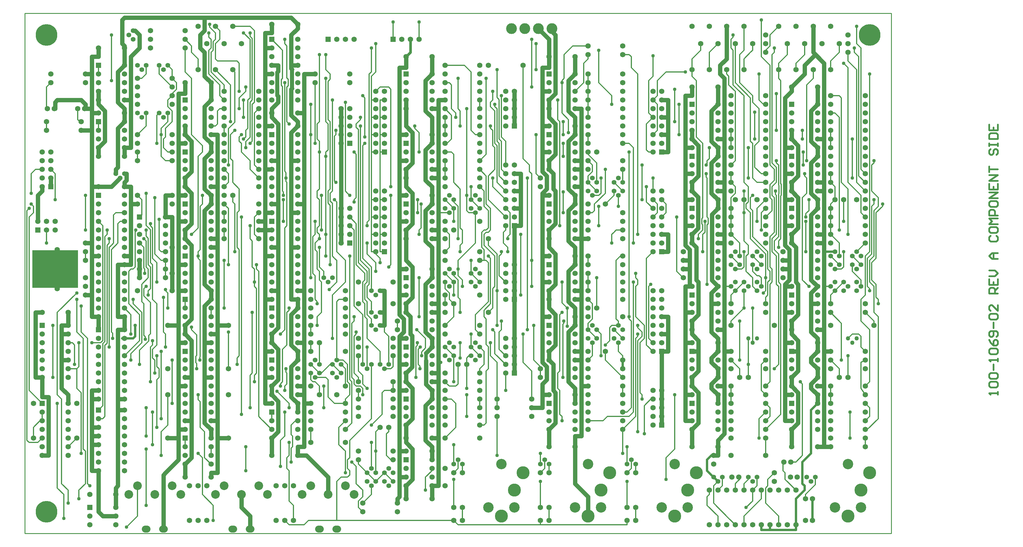
<source format=gtl>
%FSLAX25Y25*%
%MOIN*%
G70*
G01*
G75*
G04 Layer_Physical_Order=1*
G04 Layer_Color=255*
%ADD10R,0.53000X0.43500*%
%ADD11C,0.05000*%
%ADD12C,0.01200*%
%ADD13C,0.02500*%
%ADD14C,0.03000*%
%ADD15C,0.04000*%
%ADD16C,0.04500*%
%ADD17C,0.02000*%
%ADD18C,0.01000*%
%ADD19C,0.25000*%
%ADD20C,0.06200*%
%ADD21R,0.06200X0.06200*%
%ADD22R,0.06200X0.06200*%
%ADD23O,0.10000X0.08000*%
%ADD24C,0.10000*%
%ADD25C,0.05500*%
%ADD26C,0.15000*%
%ADD27C,0.12000*%
%ADD28C,0.12500*%
%ADD29C,0.05000*%
%ADD30C,0.04000*%
D10*
X33500Y305000D02*
D03*
D11*
X606000Y580000D02*
X606900Y582500D01*
X791500Y292000D02*
X798500Y285000D01*
X768500Y395000D02*
X775500Y388000D01*
X461500Y172000D02*
X468500Y165000D01*
X443500Y230000D02*
X445500Y228000D01*
X306000Y536500D02*
X307000Y535500D01*
X290000Y505500D02*
X291000Y504500D01*
X63500Y500000D02*
X68500Y495000D01*
X323500Y90000D02*
X348500Y65000D01*
X248500Y30000D02*
X258500Y20000D01*
X201000Y560000D02*
X206000Y555000D01*
Y527500D02*
X213500Y520000D01*
X768500Y455000D02*
X776000Y447500D01*
X126000Y580000D02*
X131000Y575000D01*
X111000Y565000D02*
X113500Y562500D01*
X591300Y582500D02*
X603500Y570300D01*
X83500Y25000D02*
X88500Y20000D01*
X183500Y340000D02*
X191000Y332500D01*
X801000Y530000D02*
X806000Y525000D01*
X791000Y167500D02*
X798500Y160000D01*
X791000Y197500D02*
X798500Y190000D01*
X791000Y232500D02*
X798500Y225000D01*
X791000Y392500D02*
X798500Y385000D01*
X791000Y452500D02*
X798500Y445000D01*
X883500Y455000D02*
X891000Y447500D01*
X883500Y395000D02*
X891000Y387500D01*
X883500Y335000D02*
X888500Y330000D01*
Y290000D02*
X891000Y287500D01*
X883500Y230000D02*
X891000Y222500D01*
X883500Y170000D02*
X891000Y162500D01*
X876000Y332500D02*
X881000Y327500D01*
X908500Y555000D02*
X921000Y542500D01*
X906000Y167500D02*
X913500Y160000D01*
X906000Y232500D02*
X913500Y225000D01*
X906000Y292500D02*
X913500Y285000D01*
X906000Y392500D02*
X913500Y385000D01*
X906000Y452500D02*
X913500Y445000D01*
X768500Y170000D02*
X776000Y162500D01*
X768500Y230000D02*
X776000Y222500D01*
X773500Y292500D02*
X776000Y290000D01*
X768500Y335000D02*
X773500Y330000D01*
X766000Y287500D02*
X768500Y285000D01*
X761000Y332500D02*
X766000Y327500D01*
X626000Y487500D02*
X633500Y480000D01*
X626000Y397500D02*
X633500Y390000D01*
X626000Y337500D02*
X633500Y330000D01*
X626000Y267500D02*
X633500Y260000D01*
X626000Y175000D02*
X633500Y167500D01*
Y57500D02*
X648500Y42500D01*
X603500Y260000D02*
X611000Y252500D01*
X603500Y330000D02*
X611000Y322500D01*
X608500Y397500D02*
X611000Y395000D01*
X603500Y420000D02*
X608500Y415000D01*
X603500Y480000D02*
X611000Y472500D01*
X606000Y580000D02*
X611000Y575000D01*
X596000Y417500D02*
X601000Y412500D01*
X596000Y197500D02*
X601000Y192500D01*
X608500Y165000D02*
X611000Y162500D01*
X603500Y200000D02*
X608500Y195000D01*
X461000Y487500D02*
X468500Y480000D01*
X461000Y407500D02*
X468500Y400000D01*
X461000Y337500D02*
X468500Y330000D01*
X461000Y232500D02*
X468500Y225000D01*
X461000Y107500D02*
X468500Y100000D01*
X438500Y105000D02*
X446000Y97500D01*
X438500Y175000D02*
X446000Y167500D01*
X438500Y315000D02*
X446000Y307500D01*
X438500Y400000D02*
X446000Y392500D01*
X438500Y470000D02*
X446000Y462500D01*
X438500Y255000D02*
X443500Y250000D01*
X431000Y252500D02*
X436000Y247500D01*
X306000Y482500D02*
X313500Y475000D01*
X306000Y217500D02*
X313500Y210000D01*
X306000Y157500D02*
X313500Y150000D01*
X283500Y160000D02*
X291000Y152500D01*
X283500Y220000D02*
X291000Y212500D01*
X283500Y480000D02*
X291000Y472500D01*
X206000Y457500D02*
X213500Y450000D01*
X206000Y397500D02*
X213500Y390000D01*
X206000Y287500D02*
X213500Y280000D01*
X206000Y127500D02*
X213500Y120000D01*
X183500Y230000D02*
X191000Y222500D01*
X183500Y400000D02*
X191000Y392500D01*
X183500Y460000D02*
X191000Y452500D01*
X106000Y497500D02*
X113500Y490000D01*
X83500Y495000D02*
X91000Y487500D01*
X41000Y167500D02*
X48500Y160000D01*
X306000Y595000D02*
X313500Y587500D01*
X906000Y197500D02*
X913500Y190000D01*
X306000Y595000D02*
X313500Y587500D01*
X906000Y197500D02*
X913500Y190000D01*
X791500Y368000D02*
X798500Y375000D01*
X768500Y345000D02*
X775500Y352000D01*
X791000Y277500D02*
X798500Y285000D01*
X461500Y208000D02*
X468500Y215000D01*
X438500Y185000D02*
X445500Y192000D01*
X290000Y532000D02*
X291000Y533000D01*
X306000Y512500D02*
X307000Y513500D01*
X898500Y540000D02*
X911000Y552500D01*
X883500Y515000D02*
X898500Y530000D01*
X33500Y497500D02*
X36000Y500000D01*
X121000Y550000D02*
X131000Y560000D01*
X201000Y575000D02*
X206000Y580000D01*
X111000Y592500D02*
X113500Y595000D01*
X106000Y532500D02*
X113500Y540000D01*
X183500Y80000D02*
X191000Y87500D01*
X13500Y390000D02*
X18500Y395000D01*
X98500Y400000D02*
X108500Y410000D01*
X103500Y52500D02*
X106000Y55000D01*
X801000Y540000D02*
X808500Y547500D01*
X798500Y107500D02*
X806000Y115000D01*
X793500Y175000D02*
X798500Y180000D01*
X791000Y172500D02*
X793500Y175000D01*
X791000Y202500D02*
X798500Y210000D01*
X791000Y427500D02*
X798500Y435000D01*
X791000Y487500D02*
X798500Y495000D01*
X883500Y405000D02*
X891000Y412500D01*
X883500Y345000D02*
X891000Y352500D01*
X883500Y245000D02*
X891000Y252500D01*
X883500Y180000D02*
X891000Y187500D01*
X883500Y120000D02*
X891000Y127500D01*
X876000Y287500D02*
X881000Y292500D01*
X876000Y502500D02*
X883500Y510000D01*
X906000Y202500D02*
X913500Y210000D01*
X906000Y277500D02*
X913500Y285000D01*
X906000Y367500D02*
X913500Y375000D01*
X906000Y427500D02*
X913500Y435000D01*
X906000Y487500D02*
X913500Y495000D01*
X768500Y120000D02*
X776000Y127500D01*
X768500Y180000D02*
X776000Y187500D01*
X768500Y245000D02*
X776000Y252500D01*
X768500Y405000D02*
X776000Y412500D01*
X626000Y522500D02*
X633500Y530000D01*
X626000Y452500D02*
X633500Y460000D01*
X626000Y372500D02*
X633500Y380000D01*
X626000Y302500D02*
X633500Y310000D01*
X626000Y232500D02*
X633500Y240000D01*
X603500Y120000D02*
X611000Y127500D01*
X603500Y210000D02*
X611000Y217500D01*
X603500Y280000D02*
X611000Y287500D01*
X603500Y350000D02*
X611000Y357500D01*
X603500Y430000D02*
X611000Y437500D01*
X603500Y500000D02*
X611000Y507500D01*
X596000Y392500D02*
X601000Y397500D01*
X596000Y172500D02*
X601000Y177500D01*
X461000Y522500D02*
X468500Y530000D01*
X461000Y442500D02*
X468500Y450000D01*
X461000Y372500D02*
X468500Y380000D01*
X461000Y287500D02*
X468500Y295000D01*
X461000Y147500D02*
X468500Y155000D01*
X438500Y55000D02*
X446000Y62500D01*
X438500Y125000D02*
X446000Y132500D01*
X438500Y265000D02*
X446000Y272500D01*
X438500Y350000D02*
X446000Y357500D01*
X438500Y420000D02*
X446000Y427500D01*
X431000Y227500D02*
X436000Y232500D01*
X428500Y40000D02*
X431000Y42500D01*
X306000Y575000D02*
X313500Y582500D01*
X306000Y462500D02*
X313500Y470000D01*
X306000Y252500D02*
X313500Y260000D01*
X306000Y192500D02*
X313500Y200000D01*
X283500Y110000D02*
X291000Y117500D01*
X283500Y170000D02*
X291000Y177500D01*
X283500Y230000D02*
X291000Y237500D01*
X283500Y490000D02*
X291000Y497500D01*
X206000Y492500D02*
X213500Y500000D01*
X206000Y432500D02*
X208500Y435000D01*
X213500Y440000D01*
X206000Y372500D02*
X213500Y380000D01*
X206000Y262500D02*
X213500Y270000D01*
X183500Y240000D02*
X191000Y247500D01*
X183500Y350000D02*
X191000Y357500D01*
X183500Y410000D02*
X191000Y417500D01*
X161000Y70000D02*
X176000Y85000D01*
X158500Y67500D02*
X161000Y70000D01*
X103500Y420000D02*
X106000Y422500D01*
Y467500D02*
X113500Y475000D01*
Y405000D02*
X116000Y407500D01*
X83500Y445000D02*
X91000Y452500D01*
X906000Y172500D02*
X913500Y180000D01*
X906000Y172500D02*
X913500Y180000D01*
Y150000D02*
Y160000D01*
Y180000D02*
Y190000D01*
X921000Y335000D02*
Y345000D01*
X908500Y555000D02*
Y585000D01*
X921000Y455000D02*
Y542500D01*
Y405000D02*
Y455000D01*
Y395000D02*
Y405000D01*
Y345000D02*
Y395000D01*
Y235000D02*
Y335000D01*
Y210000D02*
Y235000D01*
Y170000D02*
Y210000D01*
Y100000D02*
Y170000D01*
X913500Y210000D02*
Y220000D01*
Y225000D01*
Y375000D02*
Y385000D01*
Y435000D02*
Y445000D01*
Y495000D02*
Y515000D01*
X898500Y530000D02*
Y540000D01*
X891000Y187500D02*
Y197500D01*
X906000D02*
Y202500D01*
Y167500D02*
Y172500D01*
X891000Y412500D02*
Y447500D01*
Y352500D02*
Y387500D01*
X888500Y290000D02*
Y330000D01*
X891000Y252500D02*
Y287500D01*
Y210000D02*
Y222500D01*
Y197500D02*
Y210000D01*
Y127500D02*
Y162500D01*
X906000Y232500D02*
Y265000D01*
Y277500D01*
Y292500D02*
Y367500D01*
Y392500D02*
Y427500D01*
Y452500D02*
Y487500D01*
X883500Y455000D02*
Y465000D01*
Y395000D02*
Y405000D01*
Y335000D02*
Y345000D01*
Y235000D02*
Y245000D01*
Y230000D02*
Y235000D01*
Y170000D02*
Y180000D01*
Y100000D02*
Y120000D01*
X876000Y220000D02*
Y255000D01*
Y160000D02*
Y220000D01*
Y130000D02*
Y160000D01*
Y255000D02*
Y285000D01*
Y287500D01*
X881000Y292500D02*
Y305000D01*
Y315000D01*
Y305000D02*
Y327500D01*
X876000Y332500D02*
Y335000D01*
Y355000D01*
Y385000D01*
Y415000D01*
Y445000D01*
X883500Y510000D02*
Y515000D01*
X876000Y445000D02*
Y502500D01*
X791500Y292000D02*
Y368000D01*
X791000Y265000D02*
Y277500D01*
Y232500D02*
Y265000D01*
X808500Y547500D02*
Y585000D01*
X806000Y455000D02*
Y525000D01*
X801000Y530000D02*
Y540000D01*
X806000Y405000D02*
Y455000D01*
Y395000D02*
Y405000D01*
Y345000D02*
Y395000D01*
Y335000D02*
Y345000D01*
Y235000D02*
Y335000D01*
Y210000D02*
Y235000D01*
Y200000D02*
Y210000D01*
Y170000D02*
Y200000D01*
X798500Y100000D02*
Y107500D01*
Y90000D02*
Y100000D01*
X806000Y115000D02*
Y170000D01*
X798500Y150000D02*
Y160000D01*
Y180000D02*
Y190000D01*
X791000Y167500D02*
Y172500D01*
Y197500D02*
Y202500D01*
X798500Y210000D02*
Y220000D01*
Y225000D01*
Y375000D02*
Y385000D01*
Y435000D02*
Y445000D01*
X791000Y392500D02*
Y427500D01*
X798500Y495000D02*
Y515000D01*
X791000Y452500D02*
Y487500D01*
X775500Y352000D02*
Y388000D01*
X776000Y127500D02*
Y162500D01*
Y187500D02*
Y210000D01*
Y222500D01*
Y252500D02*
Y290000D01*
X773500Y292500D02*
Y330000D01*
X776000Y412500D02*
Y447500D01*
X768500Y455000D02*
Y465000D01*
Y100000D02*
Y120000D01*
Y170000D02*
Y180000D01*
Y230000D02*
Y235000D01*
Y245000D01*
Y335000D02*
Y345000D01*
Y395000D02*
Y405000D01*
X761000Y445000D02*
Y505000D01*
X768500D02*
Y515000D01*
X761000Y415000D02*
Y445000D01*
Y385000D02*
Y415000D01*
Y355000D02*
Y385000D01*
Y220000D02*
Y255000D01*
Y285000D01*
X766000Y287500D02*
Y305000D01*
Y315000D01*
Y327500D01*
X761000Y332500D02*
Y355000D01*
Y130000D02*
Y160000D01*
Y220000D01*
X741000Y480000D02*
Y500000D01*
Y460000D02*
Y480000D01*
Y440000D02*
Y460000D01*
Y325000D02*
Y345000D01*
Y230000D02*
Y250000D01*
Y210000D02*
Y230000D01*
X733500Y165000D02*
Y210000D01*
Y155000D02*
Y165000D01*
Y145000D02*
Y155000D01*
Y125000D02*
Y135000D01*
Y145000D01*
X633500Y460000D02*
Y470000D01*
Y530000D02*
Y550000D01*
Y470000D02*
Y480000D01*
Y380000D02*
Y390000D01*
Y320000D02*
Y330000D01*
Y310000D02*
Y320000D01*
Y252500D02*
Y260000D01*
Y250000D02*
Y252500D01*
Y240000D02*
Y250000D01*
Y160000D02*
Y167500D01*
Y150000D02*
Y160000D01*
X648500Y20000D02*
Y42500D01*
X641000Y112500D02*
Y170000D01*
X633500Y57500D02*
Y100000D01*
Y112500D01*
X641000Y170000D02*
Y200000D01*
Y210000D01*
Y270000D01*
Y280000D01*
Y340000D01*
Y400000D01*
Y420000D01*
Y430000D01*
Y490000D01*
X626000Y487500D02*
Y522500D01*
Y397500D02*
Y452500D01*
Y337500D02*
Y372500D01*
Y267500D02*
Y302500D01*
Y187500D02*
Y232500D01*
Y180000D02*
Y187500D01*
Y175000D02*
Y180000D01*
X603500Y550000D02*
Y570300D01*
Y537500D02*
Y550000D01*
X596000Y510000D02*
Y537500D01*
X611000Y127500D02*
Y162500D01*
X603500Y100000D02*
Y120000D01*
X611000Y217500D02*
Y252500D01*
X603500Y200000D02*
Y210000D01*
Y260000D02*
Y270000D01*
X611000Y287500D02*
Y322500D01*
X603500Y270000D02*
Y280000D01*
Y330000D02*
Y340000D01*
X611000Y357500D02*
Y395000D01*
X608500Y397500D02*
Y415000D01*
X603500Y340000D02*
Y350000D01*
X611000Y437500D02*
Y472500D01*
X603500Y420000D02*
Y430000D01*
Y480000D02*
Y490000D01*
X611000Y507500D02*
Y575000D01*
X603500Y490000D02*
Y500000D01*
X596000Y470000D02*
Y510000D01*
Y440000D02*
Y470000D01*
Y390000D02*
Y392500D01*
X601000Y397500D02*
Y412500D01*
X596000Y417500D02*
Y440000D01*
Y320000D02*
Y390000D01*
Y290000D02*
Y320000D01*
Y250000D02*
Y290000D01*
Y160000D02*
Y172500D01*
X601000Y177500D02*
Y192500D01*
X596000Y197500D02*
Y250000D01*
X608500Y165000D02*
Y195000D01*
X596000Y145000D02*
Y160000D01*
X563500Y500000D02*
Y510000D01*
Y490000D02*
Y500000D01*
Y480000D02*
Y490000D01*
Y470000D02*
Y480000D01*
X571000Y395000D02*
Y415000D01*
Y355000D02*
Y375000D01*
Y395000D01*
X563500Y310000D02*
Y355000D01*
Y300000D02*
Y310000D01*
Y290000D02*
Y300000D01*
Y280000D02*
Y290000D01*
Y185000D02*
Y195000D01*
Y205000D01*
Y215000D01*
Y270000D02*
Y280000D01*
Y225000D02*
Y270000D01*
Y215000D02*
Y225000D01*
X461500Y172000D02*
Y199500D01*
X476000Y55000D02*
Y110000D01*
Y175000D01*
X461000Y487500D02*
Y522500D01*
X468500Y530000D02*
Y550000D01*
Y460000D02*
Y480000D01*
X461000Y407500D02*
Y442500D01*
X468500Y450000D02*
Y460000D01*
Y390000D02*
Y400000D01*
X461000Y337500D02*
Y372500D01*
X468500Y380000D02*
Y390000D01*
X461000Y232500D02*
Y287500D01*
X468500Y295000D02*
Y330000D01*
Y215000D02*
Y225000D01*
X461000Y107500D02*
Y147500D01*
X468500Y155000D02*
Y165000D01*
Y95000D02*
Y100000D01*
Y85000D02*
Y95000D01*
Y40000D02*
Y55000D01*
X476000Y175000D02*
Y185000D01*
Y255000D01*
Y265000D01*
Y340000D01*
Y350000D01*
Y410000D01*
Y420000D01*
Y490000D01*
Y500000D01*
X445500Y192000D02*
Y228000D01*
X446000Y62500D02*
Y97500D01*
X438500Y40000D02*
Y55000D01*
Y105000D02*
Y110000D01*
X446000Y132500D02*
Y167500D01*
X438500Y110000D02*
Y125000D01*
Y175000D02*
Y185000D01*
X446000Y272500D02*
Y307500D01*
X438500Y255000D02*
Y265000D01*
Y315000D02*
Y340000D01*
X446000Y357500D02*
Y392500D01*
X438500Y340000D02*
Y350000D01*
Y400000D02*
Y410000D01*
X446000Y427500D02*
Y462500D01*
X438500Y410000D02*
Y420000D01*
Y490000D02*
Y500000D01*
Y470000D02*
Y490000D01*
Y537500D02*
Y550000D01*
X443500Y230000D02*
Y250000D01*
X431000Y460000D02*
Y537500D01*
Y430000D02*
Y460000D01*
Y390000D02*
Y430000D01*
Y360000D02*
Y390000D01*
Y305000D02*
Y360000D01*
Y275000D02*
Y305000D01*
Y252500D02*
Y275000D01*
X436000Y232500D02*
Y247500D01*
X431000Y225000D02*
Y227500D01*
Y195000D02*
Y225000D01*
Y165000D02*
Y195000D01*
Y95000D02*
Y165000D01*
Y65000D02*
Y95000D01*
Y42500D02*
Y65000D01*
X428500Y35000D02*
Y40000D01*
X413500Y255000D02*
Y280000D01*
Y240000D02*
Y255000D01*
X363500Y460000D02*
Y470000D01*
Y480000D02*
Y490000D01*
Y470000D02*
Y480000D01*
Y335000D02*
Y345000D01*
Y355000D01*
Y365000D01*
Y375000D01*
Y450000D01*
Y460000D01*
X348500Y45000D02*
Y65000D01*
X321000Y100000D02*
Y150000D01*
Y160000D01*
Y170000D01*
Y220000D01*
Y280000D01*
Y380000D01*
Y485000D01*
Y530000D01*
X306000Y536500D02*
Y540000D01*
Y482500D02*
Y512500D01*
X313500Y90000D02*
Y100000D01*
Y582500D02*
Y587500D01*
X306000Y540000D02*
Y575000D01*
Y430000D02*
Y462500D01*
X313500Y470000D02*
Y475000D01*
X306000Y370000D02*
Y430000D01*
Y330000D02*
Y370000D01*
Y270000D02*
Y330000D01*
Y217500D02*
Y252500D01*
X313500Y260000D02*
Y270000D01*
X306000Y157500D02*
Y192500D01*
X313500Y200000D02*
Y210000D01*
Y140000D02*
Y150000D01*
X291000Y497500D02*
Y504500D01*
Y533000D02*
Y540000D01*
Y117500D02*
Y152500D01*
X283500Y90000D02*
Y110000D01*
X291000Y177500D02*
Y212500D01*
X283500Y160000D02*
Y170000D01*
Y220000D02*
Y230000D01*
X291000Y280000D02*
Y330000D01*
Y380000D01*
Y430000D01*
Y472500D01*
X283500Y480000D02*
Y485000D01*
Y490000D01*
Y577500D02*
Y587500D01*
X291000Y237500D02*
Y280000D01*
X276000Y560000D02*
Y577500D01*
Y530000D02*
Y560000D01*
Y470000D02*
Y530000D01*
Y420000D02*
Y470000D01*
Y370000D02*
Y420000D01*
Y360000D02*
Y370000D01*
Y350000D02*
Y360000D01*
Y320000D02*
Y350000D01*
Y270000D02*
Y320000D01*
Y210000D02*
Y270000D01*
Y180000D02*
Y210000D01*
Y150000D02*
Y180000D01*
X248500Y30000D02*
Y45000D01*
X258500Y5000D02*
Y20000D01*
X206000Y527500D02*
Y555000D01*
Y580000D02*
Y587500D01*
Y595000D01*
X213500Y500000D02*
Y520000D01*
X206000Y457500D02*
Y492500D01*
Y397500D02*
Y432500D01*
X213500Y440000D02*
Y450000D01*
X206000Y287500D02*
Y372500D01*
X213500Y380000D02*
Y390000D01*
X206000Y220000D02*
Y262500D01*
X213500Y270000D02*
Y280000D01*
X206000Y180000D02*
Y220000D01*
Y127500D02*
Y180000D01*
X213500Y110000D02*
Y120000D01*
X221000Y70000D02*
Y110000D01*
X213500Y65000D02*
Y70000D01*
X221000Y110000D02*
Y130000D01*
Y230000D01*
Y240000D01*
Y330000D01*
Y340000D01*
Y400000D01*
Y460000D01*
X201000Y560000D02*
Y575000D01*
X183500Y507500D02*
Y520000D01*
Y65000D02*
Y80000D01*
X191000Y247500D02*
Y332500D01*
Y130000D02*
Y180000D01*
Y222500D01*
X183500Y230000D02*
Y240000D01*
X191000Y357500D02*
Y392500D01*
X183500Y340000D02*
Y350000D01*
X191000Y417500D02*
Y452500D01*
X183500Y400000D02*
Y410000D01*
Y460000D02*
Y470000D01*
X191000Y87500D02*
Y130000D01*
X168500Y280000D02*
Y300000D01*
Y280000D02*
Y365000D01*
Y362500D02*
Y365000D01*
Y330000D02*
Y362500D01*
X176000Y450000D02*
Y507500D01*
Y360000D02*
Y390000D01*
Y310000D02*
Y360000D01*
Y280000D02*
Y310000D01*
Y240000D02*
Y280000D01*
Y220000D02*
Y240000D01*
Y120000D02*
Y170000D01*
Y120000D02*
Y450000D01*
Y110000D02*
Y120000D01*
Y85000D02*
Y110000D01*
X158500Y5000D02*
Y67500D01*
X161000Y365000D02*
Y390000D01*
X131000Y560000D02*
Y575000D01*
Y295000D02*
Y305000D01*
Y315000D01*
X121000Y445000D02*
Y500000D01*
Y550000D01*
X113500Y560000D02*
Y562500D01*
X111000Y565000D02*
Y592500D01*
X113500Y540000D02*
Y560000D01*
Y235000D02*
Y250000D01*
X106000D02*
Y310000D01*
X121000D02*
Y320000D01*
Y310000D02*
Y380000D01*
X113500Y400000D02*
Y405000D01*
X121000Y380000D02*
Y400000D01*
X106000Y55000D02*
Y142500D01*
Y155000D01*
Y235000D01*
Y497500D02*
Y532500D01*
X113500Y485000D02*
Y490000D01*
X106000Y422500D02*
Y467500D01*
X113500Y475000D02*
Y485000D01*
X116000Y407500D02*
Y415000D01*
X113500Y435000D02*
Y445000D01*
Y435000D02*
Y445000D01*
X103500Y30000D02*
Y45000D01*
Y52500D01*
Y415000D02*
Y420000D01*
X91000Y452500D02*
Y487500D01*
X68500Y490000D02*
Y495000D01*
X83500Y435000D02*
Y445000D01*
Y500000D02*
Y510000D01*
Y495000D02*
Y500000D01*
Y550000D02*
Y560000D01*
Y25000D02*
Y72500D01*
Y235000D02*
Y250000D01*
X76000D02*
Y275000D01*
Y320000D01*
Y335000D02*
Y465000D01*
Y320000D02*
Y335000D01*
Y155000D02*
Y165000D01*
Y122500D02*
Y155000D01*
Y112500D02*
Y122500D01*
Y102500D02*
Y112500D01*
Y72500D02*
Y102500D01*
Y530000D02*
Y550000D01*
Y490000D02*
Y530000D01*
Y485000D02*
Y490000D01*
Y465000D02*
Y490000D01*
X48500Y150000D02*
Y160000D01*
Y240000D02*
Y255000D01*
X33500Y490000D02*
Y497500D01*
X28500Y400000D02*
Y410000D01*
X41000Y230000D02*
Y240000D01*
Y200000D02*
Y230000D01*
Y167500D02*
Y200000D01*
X18500Y395000D02*
Y400000D01*
X13500Y360000D02*
Y390000D01*
X11000Y180000D02*
Y255000D01*
X26000Y90000D02*
Y157500D01*
X18500D02*
Y180000D01*
X206000Y595000D02*
X306000D01*
X113500D02*
X306000D01*
X123500Y580000D02*
X126000D01*
X276000Y577500D02*
X283500D01*
X76000Y550000D02*
X83500D01*
X276000Y560000D02*
X283500D01*
X276000D02*
X283500D01*
X596000Y537500D02*
X603500D01*
X431000D02*
X438500D01*
X321000Y530000D02*
X333500D01*
X283500Y540000D02*
X291000D01*
X306000D02*
X313500D01*
X276000Y530000D02*
X283500D01*
X68500D02*
X76000D01*
X306000Y540000D02*
X313500D01*
X276000Y530000D02*
X283500D01*
X68500D02*
X76000D01*
X176000Y507500D02*
X183500D01*
X596000Y510000D02*
X603500D01*
X596000D02*
X603500D01*
X36000Y500000D02*
X63500D01*
X761000Y505000D02*
X768500D01*
X733500Y500000D02*
X741000D01*
X633500Y490000D02*
X641000D01*
X476000Y500000D02*
X483500D01*
X68500Y490000D02*
X76000D01*
X67437D02*
X68500D01*
X113500Y500000D02*
X121000D01*
X468500Y490000D02*
X476000D01*
X67437D02*
X76000D01*
X113500Y500000D02*
X121000D01*
X468500Y490000D02*
X476000D01*
X67437D02*
X76000D01*
Y485000D02*
X83500D01*
X733500Y480000D02*
X741000D01*
X596000Y470000D02*
X603500D01*
X313500Y485000D02*
X321000D01*
X276000Y470000D02*
X283500D01*
X733500Y480000D02*
X741000D01*
X596000Y470000D02*
X603500D01*
X313500Y485000D02*
X321000D01*
X276000Y470000D02*
X283500D01*
X213500Y460000D02*
X221000D01*
X63500Y465000D02*
X76000D01*
X798500Y455000D02*
X806000D01*
X913500D02*
X921000D01*
X733500Y460000D02*
X741000D01*
X431000D02*
X438500D01*
X176000Y450000D02*
X183500D01*
X63500Y465000D02*
X76000D01*
X798500Y455000D02*
X806000D01*
X913500D02*
X921000D01*
X733500Y460000D02*
X741000D01*
X431000D02*
X438500D01*
X176000Y450000D02*
X183500D01*
X113500Y445000D02*
X121000D01*
X733500Y440000D02*
X741000D01*
X876000Y445000D02*
X883500D01*
X761000D02*
X768500D01*
X633500Y430000D02*
X641000D01*
X596000Y440000D02*
X603500D01*
X431000Y430000D02*
X438500D01*
X306000D02*
X313500D01*
X283500D02*
X291000D01*
X876000Y445000D02*
X883500D01*
X761000D02*
X768500D01*
X633500Y430000D02*
X641000D01*
X596000Y440000D02*
X603500D01*
X431000Y430000D02*
X438500D01*
X306000D02*
X313500D01*
X283500D02*
X291000D01*
X563500Y415000D02*
X571000D01*
X113500D02*
X116000D01*
X876000D02*
X883500D01*
X761000D02*
X768500D01*
X633500Y420000D02*
X641000D01*
X468500Y410000D02*
X476000D01*
X468500Y420000D02*
X476000D01*
X276000D02*
X283500D01*
X876000Y415000D02*
X883500D01*
X761000D02*
X768500D01*
X633500Y420000D02*
X641000D01*
X468500Y410000D02*
X476000D01*
X468500Y420000D02*
X476000D01*
X276000D02*
X283500D01*
X76000Y400000D02*
X83500D01*
X76000D02*
X98500D01*
X113500D02*
X121000D01*
X161000Y390000D02*
X168500D01*
X176000D02*
X183500D01*
X798500Y405000D02*
X806000D01*
X798500Y395000D02*
X806000D01*
X913500Y405000D02*
X921000D01*
X913500Y395000D02*
X921000D01*
X633500Y400000D02*
X641000D01*
X563500Y395000D02*
X571000D01*
X596000Y390000D02*
X603500D01*
X431000D02*
X438500D01*
X213500Y400000D02*
X221000D01*
X798500Y405000D02*
X806000D01*
X798500Y395000D02*
X806000D01*
X913500Y405000D02*
X921000D01*
X913500Y395000D02*
X921000D01*
X633500Y400000D02*
X641000D01*
X563500Y395000D02*
X571000D01*
X596000Y390000D02*
X603500D01*
X431000D02*
X438500D01*
X213500Y400000D02*
X221000D01*
X121000Y380000D02*
X128500D01*
X876000Y385000D02*
X883500D01*
X761000D02*
X768500D01*
X563500Y375000D02*
X571000D01*
X306000Y370000D02*
X313500D01*
Y380000D02*
X321000D01*
X283500D02*
X291000D01*
X276000Y370000D02*
X283500D01*
X121000Y380000D02*
X128500D01*
X876000Y385000D02*
X883500D01*
X761000D02*
X768500D01*
X563500Y375000D02*
X571000D01*
X306000Y370000D02*
X313500D01*
Y380000D02*
X321000D01*
X283500D02*
X291000D01*
X276000Y370000D02*
X283500D01*
X563500Y355000D02*
X571000D01*
X161000Y365000D02*
X168500D01*
X876000Y355000D02*
X883500D01*
X761000D02*
X768500D01*
X431000Y360000D02*
X438500D01*
X268500D02*
X276000D01*
X176000D02*
X183500D01*
X161000Y365000D02*
X168500D01*
X876000Y355000D02*
X883500D01*
X761000D02*
X768500D01*
X431000Y360000D02*
X438500D01*
X268500D02*
X276000D01*
X176000D02*
X183500D01*
X733500Y345000D02*
X741000D01*
X641000Y340000D02*
X648500D01*
X633500D02*
X641000D01*
X268500Y350000D02*
X276000D01*
X283500D01*
X68500Y335000D02*
X76000D01*
X798500Y345000D02*
X806000D01*
X798500Y335000D02*
X806000D01*
X913500Y345000D02*
X921000D01*
X468500Y340000D02*
X476000D01*
X468500Y350000D02*
X476000D01*
X213500Y340000D02*
X221000D01*
X913500Y335000D02*
X921000D01*
X68500D02*
X76000D01*
X798500Y345000D02*
X806000D01*
X798500Y335000D02*
X806000D01*
X913500Y345000D02*
X921000D01*
X468500Y340000D02*
X476000D01*
X468500Y350000D02*
X476000D01*
X213500Y340000D02*
X221000D01*
X913500Y335000D02*
X921000D01*
X113500Y320000D02*
X121000D01*
X873500Y315000D02*
X881000D01*
X733500Y325000D02*
X741000D01*
X76000Y320000D02*
X83500D01*
X758500Y315000D02*
X766000D01*
X596000Y320000D02*
X603500D01*
X306000Y330000D02*
X313500D01*
X283500D02*
X291000D01*
X276000Y320000D02*
X283500D01*
X213500Y330000D02*
X221000D01*
X76000Y320000D02*
X83500D01*
X758500Y315000D02*
X766000D01*
X596000Y320000D02*
X603500D01*
X306000Y330000D02*
X313500D01*
X283500D02*
X291000D01*
X276000Y320000D02*
X283500D01*
X213500Y330000D02*
X221000D01*
X106000Y310000D02*
X113500D01*
X121000D01*
X873500Y305000D02*
X881000D01*
X758500D02*
X766000D01*
X431000D02*
X438500D01*
X176000Y310000D02*
X183500D01*
X113500D02*
X121000D01*
X873500Y305000D02*
X881000D01*
X873500D02*
X881000D01*
X758500D02*
X766000D01*
X431000D02*
X438500D01*
X176000Y310000D02*
X183500D01*
X408500Y280000D02*
X413500D01*
X761000Y285000D02*
X768500D01*
X68500Y275000D02*
X76000D01*
X876000Y285000D02*
X883500D01*
X633500Y280000D02*
X641000D01*
X596000Y290000D02*
X603500D01*
X431000Y275000D02*
X438500D01*
X313500Y280000D02*
X321000D01*
X283500D02*
X291000D01*
X176000D02*
X183500D01*
X68500Y275000D02*
X76000D01*
X876000Y285000D02*
X883500D01*
X633500Y280000D02*
X641000D01*
X596000Y290000D02*
X603500D01*
X431000Y275000D02*
X438500D01*
X313500Y280000D02*
X321000D01*
X283500D02*
X291000D01*
X176000D02*
X183500D01*
X11000Y255000D02*
X18500D01*
X306000Y270000D02*
X313500D01*
X791000Y265000D02*
X798500D01*
X408500Y255000D02*
X413500D01*
X876000D02*
X883500D01*
X906000Y265000D02*
X913500D01*
X761000Y255000D02*
X768500D01*
X633500Y270000D02*
X641000D01*
X468500Y265000D02*
X476000D01*
X276000Y270000D02*
X283500D01*
X468500Y255000D02*
X476000D01*
X791000Y265000D02*
X798500D01*
X408500Y255000D02*
X413500D01*
X876000D02*
X883500D01*
X906000Y265000D02*
X913500D01*
X761000Y255000D02*
X768500D01*
X633500Y270000D02*
X641000D01*
X468500Y265000D02*
X476000D01*
X276000Y270000D02*
X283500D01*
X468500Y255000D02*
X476000D01*
X408500Y240000D02*
X413500D01*
X106000Y250000D02*
X113500D01*
X76000D02*
X83500D01*
X41000Y240000D02*
X48500D01*
X106000Y235000D02*
X113500D01*
X733500Y250000D02*
X741000D01*
X166000Y240000D02*
X176000D01*
X163500D02*
X166000D01*
X163500D02*
X176000D01*
X798500Y235000D02*
X806000D01*
X913500D02*
X921000D01*
X596000Y250000D02*
X603500D01*
X221000Y240000D02*
X233500D01*
X798500Y235000D02*
X806000D01*
X913500D02*
X921000D01*
X596000Y250000D02*
X603500D01*
X221000Y240000D02*
X233500D01*
X761000Y220000D02*
X768500D01*
X176000D02*
X183500D01*
X313500D02*
X321000D01*
X876000D02*
X883500D01*
X733500Y230000D02*
X741000D01*
X431000Y225000D02*
X438500D01*
X206000Y220000D02*
X213500D01*
Y230000D02*
X221000D01*
X41000D02*
X48500D01*
X313500Y220000D02*
X321000D01*
X876000D02*
X883500D01*
X733500Y230000D02*
X741000D01*
X431000Y225000D02*
X438500D01*
X206000Y220000D02*
X213500D01*
Y230000D02*
X221000D01*
X41000D02*
X48500D01*
X46000Y200000D02*
X48500D01*
X41000D02*
X48500D01*
X41000D02*
X46000D01*
X733500Y210000D02*
X741000D01*
X806000D02*
X813500D01*
X883500D02*
X891000D01*
X921000D02*
X928500D01*
X768500D02*
X776000D01*
X633500Y200000D02*
X641000D01*
X633500Y210000D02*
X641000D01*
X431000Y195000D02*
X438500D01*
X276000Y210000D02*
X283500D01*
X806000D02*
X813500D01*
X883500D02*
X891000D01*
X921000D02*
X928500D01*
X768500D02*
X776000D01*
X633500Y200000D02*
X641000D01*
X633500Y210000D02*
X641000D01*
X431000Y195000D02*
X438500D01*
X276000Y210000D02*
X283500D01*
X11000Y180000D02*
X18500D01*
X468500Y175000D02*
X476000D01*
X468500Y185000D02*
X476000D01*
X276000Y180000D02*
X283500D01*
X206000D02*
X213500D01*
X183500D02*
X191000D01*
X468500Y175000D02*
X476000D01*
X468500Y185000D02*
X476000D01*
X276000Y180000D02*
X283500D01*
X206000D02*
X213500D01*
X183500D02*
X191000D01*
X76000Y165000D02*
X83500D01*
X761000Y160000D02*
X768500D01*
X176000Y170000D02*
X183500D01*
X18500Y157500D02*
X26000D01*
X76000Y155000D02*
X83500D01*
X106000D02*
X113500D01*
X798500Y170000D02*
X806000D01*
X876000Y160000D02*
X883500D01*
X913500Y170000D02*
X921000D01*
X641000D02*
X648500D01*
X431000Y165000D02*
X438500D01*
X313500Y160000D02*
X321000D01*
X313500Y170000D02*
X321000D01*
X596000Y160000D02*
X603500D01*
X76000Y155000D02*
X83500D01*
X106000D02*
X113500D01*
X798500Y170000D02*
X806000D01*
X876000Y160000D02*
X883500D01*
X913500Y170000D02*
X921000D01*
X641000D02*
X648500D01*
X431000Y165000D02*
X438500D01*
X313500Y160000D02*
X321000D01*
X313500Y170000D02*
X321000D01*
X596000Y160000D02*
X603500D01*
X276000Y150000D02*
X283500D01*
X583500Y145000D02*
X596000D01*
X106000Y142500D02*
X113500D01*
X321000Y150000D02*
X328500D01*
X106000Y142500D02*
X113500D01*
X321000Y150000D02*
X328500D01*
X876000Y130000D02*
X883500D01*
X761000D02*
X768500D01*
X76000Y122500D02*
X83500D01*
X213500Y130000D02*
X221000D01*
X176000Y120000D02*
X183500D01*
Y130000D02*
X191000D01*
X76000Y122500D02*
X83500D01*
X213500Y130000D02*
X221000D01*
X176000Y120000D02*
X183500D01*
X176000D02*
X183500D01*
Y130000D02*
X191000D01*
X913500Y100000D02*
X921000D01*
X913500D02*
X928500D01*
X633500Y112500D02*
X641000D01*
X313500Y100000D02*
X318500D01*
X321000D01*
X468500Y110000D02*
X476000D01*
X76000Y112500D02*
X83500D01*
X76000Y102500D02*
X83500D01*
X221000Y110000D02*
X233500D01*
X163500D02*
X176000D01*
X468500D02*
X476000D01*
X76000Y112500D02*
X83500D01*
X76000Y102500D02*
X83500D01*
X221000Y110000D02*
X233500D01*
X163500D02*
X176000D01*
X313500Y90000D02*
X323500D01*
X793500D02*
X798500D01*
X18500D02*
X26000D01*
X431000Y95000D02*
X438500D01*
X431000D02*
X438500D01*
X76000Y72500D02*
X83500D01*
X213500Y70000D02*
X221000D01*
X431000Y65000D02*
X438500D01*
X431000D02*
X438500D01*
X468500Y55000D02*
X476000D01*
X88500Y20000D02*
X103500D01*
D12*
X963500Y167500D02*
X968500Y160000D01*
X963500Y197500D02*
X968500Y200000D01*
X298500Y418000D02*
X300000Y416000D01*
X823500Y520000D02*
X838500Y505000D01*
X818500Y520000D02*
X836000Y502500D01*
X289500Y164000D02*
X303500Y150000D01*
X203500Y45000D02*
X216000Y32500D01*
X191000Y460000D02*
X203500Y447500D01*
X271000Y132500D02*
X283500Y120000D01*
X786000Y32500D02*
X798500Y20000D01*
X793500Y35000D02*
X811000Y17500D01*
X853500Y35000D02*
X868500Y20000D01*
X661000Y520000D02*
X676000Y505000D01*
X213500Y532500D02*
X228500Y517500D01*
X218500Y535000D02*
X236000Y517500D01*
X928500Y255000D02*
X941000Y242500D01*
X948500Y405000D02*
X963500Y390000D01*
X153500Y530000D02*
X168500Y515000D01*
X3500Y165000D02*
X18500Y150000D01*
X538500Y400000D02*
X553500Y385000D01*
X533500D02*
X553500Y365000D01*
X283500Y570000D02*
X296000Y557500D01*
X393500Y225000D02*
X408500Y210000D01*
X541000Y207500D02*
X553500Y195000D01*
X118500Y265000D02*
X131000Y252500D01*
X876000Y62500D02*
X888500Y50000D01*
X668500Y200000D02*
X688500Y180000D01*
X528500Y332500D02*
X541000Y320000D01*
X978500Y255000D02*
X983500Y250000D01*
X973500Y290000D02*
X978500Y285000D01*
X981000Y390000D02*
X983500Y387500D01*
X976000Y395000D02*
X981000Y390000D01*
X971000Y285000D02*
X973500Y282500D01*
X968500Y255000D02*
X978500Y245000D01*
X968500Y150000D02*
X973500Y145000D01*
X981000Y272500D02*
X983500Y270000D01*
X976000Y292500D02*
X981000Y287500D01*
X956000Y555000D02*
X961000Y550000D01*
X963500Y420000D02*
X968500Y415000D01*
X958500Y565000D02*
X963500Y560000D01*
X961000Y412500D02*
X968500Y405000D01*
X948500Y545000D02*
X958500Y535000D01*
Y405000D02*
X968500Y395000D01*
X963500Y245000D02*
X973500Y235000D01*
X963500Y215000D02*
X968500Y210000D01*
X961000Y230000D02*
X963500Y227500D01*
X953500Y320000D02*
X963500Y310000D01*
Y370000D02*
X968500Y365000D01*
X953500Y302500D02*
X963500Y292500D01*
X941000Y405000D02*
X948500Y397500D01*
X933500Y485000D02*
X938500Y480000D01*
Y505000D02*
X941000Y502500D01*
X928500Y200000D02*
X938500Y190000D01*
X928500Y320000D02*
X938500Y310000D01*
X943500Y542500D02*
X948500Y537500D01*
X928500Y345000D02*
X938500Y335000D01*
X928500Y405000D02*
X933500Y400000D01*
X898500Y412500D02*
X901000Y410000D01*
X896000Y292500D02*
X903500Y285000D01*
X893500Y175000D02*
X896000Y172500D01*
X868500Y402000D02*
X869000Y401500D01*
X871000Y403500D02*
X871500Y403000D01*
X868500Y525000D02*
X871000Y522500D01*
X868500Y290000D02*
X871000Y287500D01*
X873500Y72500D02*
X876000Y70000D01*
X858500Y425000D02*
X863500Y420000D01*
X858500Y387500D02*
X861000Y385000D01*
Y427500D02*
X866000Y422500D01*
X865000Y391000D02*
X866000Y390000D01*
X861000D02*
X863500Y387500D01*
X861000Y325000D02*
X866000Y320000D01*
Y427500D02*
X868500Y425000D01*
X866000Y287500D02*
X868500Y285000D01*
X853500Y150000D02*
X858500Y145000D01*
X863500Y327500D02*
X866000Y325000D01*
X868500Y322500D01*
X858500Y307500D02*
X861000Y305000D01*
X856000D02*
X858500Y302500D01*
X838500Y342500D02*
X846000Y335000D01*
X836000Y375000D02*
X838500Y372500D01*
X836000Y340000D02*
X843500Y332500D01*
X846000Y500000D02*
X851000Y495000D01*
X848500Y550000D02*
X858500Y540000D01*
X831000Y375000D02*
X836000Y370000D01*
X843500Y332500D02*
X853500Y322500D01*
X838500Y497500D02*
X846000Y490000D01*
X841000Y422500D02*
X848500Y415000D01*
X836000Y452500D02*
X838500Y450000D01*
Y410000D02*
X843500Y405000D01*
X846000Y335000D02*
X856000Y325000D01*
X838500Y285000D02*
X843500Y280000D01*
X831000Y335000D02*
X833500Y332500D01*
X848500Y165000D02*
X853500Y160000D01*
X838500Y320000D02*
X848500Y310000D01*
X838500Y302500D02*
X843500Y297500D01*
X846000D02*
X848500Y295000D01*
X831000Y302500D02*
X838500Y295000D01*
X816000Y517500D02*
X821000Y512500D01*
X811000Y517500D02*
X818500Y510000D01*
X811000Y17500D02*
X818500Y10000D01*
X813500Y345000D02*
X823500Y335000D01*
X813500Y560000D02*
X816000Y557500D01*
X821000Y512500D02*
X828500Y505000D01*
Y405000D02*
X833500Y400000D01*
X828500Y337500D02*
X831000Y335000D01*
X813500Y405000D02*
X818500Y400000D01*
X813500Y200000D02*
X823500Y190000D01*
X813500Y320000D02*
X823500Y310000D01*
X808500Y530000D02*
X811000Y527500D01*
X786000Y365000D02*
X787200Y363800D01*
X779800Y357200D02*
X781000Y356000D01*
X785000Y411000D02*
X786000Y410000D01*
X773500Y457500D02*
X781000Y450000D01*
X751000Y302500D02*
X756000Y297500D01*
X758500Y295000D01*
X768500Y527500D02*
X773500Y522500D01*
X733500Y385000D02*
X738500Y380000D01*
X716000Y442500D02*
X718500Y440000D01*
X723500Y500000D02*
X728500Y495000D01*
X723500Y385000D02*
X728500Y380000D01*
X716000Y382500D02*
X723500Y375000D01*
X716000Y217500D02*
X723500Y210000D01*
X718500Y225000D02*
X723500Y220000D01*
X718500Y485000D02*
X723500Y480000D01*
X696000Y552500D02*
X698500Y550000D01*
Y537500D02*
X706000Y530000D01*
X698500Y447500D02*
X701000Y445000D01*
X696000Y450000D02*
X698500Y447500D01*
X696000Y247500D02*
X698500Y245000D01*
X706000Y237500D02*
X711000Y232500D01*
X708500Y162500D02*
X711000Y160000D01*
X703500Y250000D02*
X713500Y240000D01*
X703500Y295000D02*
X706000Y292500D01*
X683500Y210000D02*
X688500Y205000D01*
X678500Y405000D02*
X688500Y395000D01*
X678500Y235000D02*
X688500Y225000D01*
X681000Y247500D02*
X683500Y245000D01*
X658500Y235000D02*
X663500Y230000D01*
X648500Y430000D02*
X653500Y425000D01*
X648500Y405000D02*
X658500Y395000D01*
X648500Y437500D02*
X658500Y427500D01*
X648500Y270000D02*
X653500Y265000D01*
X648500Y235000D02*
X658500Y225000D01*
X618500Y485000D02*
X626000Y477500D01*
X618500Y266000D02*
X624500Y260000D01*
X616000Y137500D02*
X618500Y135000D01*
X613500Y477500D02*
X616000Y475000D01*
X613500Y167500D02*
X616000Y165000D01*
X586000Y200000D02*
X593500Y192500D01*
X588500Y415000D02*
X593500Y410000D01*
X578500Y427500D02*
X581000Y425000D01*
Y417500D02*
X583500Y415000D01*
X573500Y432500D02*
X578500Y427500D01*
X573500Y197500D02*
X583500Y187500D01*
X543500Y503000D02*
X546000Y500500D01*
X548500Y457500D02*
X553500Y452500D01*
X546000Y455000D02*
X548500Y452500D01*
Y420000D02*
X553500Y415000D01*
X543500Y452500D02*
X546000Y450000D01*
X541000Y492500D02*
X543500Y490000D01*
X546000Y412500D02*
X553500Y405000D01*
X541000Y450000D02*
X543500Y447500D01*
X536000Y492500D02*
X541000Y487500D01*
X543500Y405000D02*
X553500Y395000D01*
X538500Y447500D02*
X541000Y445000D01*
X536000Y467500D02*
X538500Y465000D01*
X553500Y375000D02*
X558500Y370000D01*
X546000Y297500D02*
X553500Y290000D01*
X546000Y212500D02*
X553500Y205000D01*
X538500Y235000D02*
X541000Y232500D01*
X536000Y205000D02*
X543500Y197500D01*
X551000Y335000D02*
X556000Y330000D01*
X551000Y335000D02*
X556000Y330000D01*
X531000Y218000D02*
X533500Y215500D01*
X518500Y235000D02*
X523500Y230000D01*
X531000Y315000D02*
X533500Y312500D01*
Y332500D02*
X543500Y322500D01*
X523500Y215000D02*
X528500Y210000D01*
X531000Y380000D02*
X536000Y375000D01*
X523500Y420000D02*
X531000Y412500D01*
X528500Y377500D02*
X533500Y372500D01*
X526000Y330000D02*
X528500Y327500D01*
X523500Y400000D02*
X528500Y395000D01*
Y250000D02*
X531000Y247500D01*
X533500Y320000D02*
X536000Y317500D01*
X498500Y490000D02*
X501000Y487500D01*
Y352500D02*
X503500Y350000D01*
X513500Y300000D02*
X523500Y290000D01*
X501000Y295000D02*
X503500Y292500D01*
X498500Y297500D02*
X501000Y295000D01*
X498500Y272500D02*
X501000Y270000D01*
X513500Y215000D02*
X523500Y205000D01*
X508500Y372500D02*
X511000Y370000D01*
X513500Y385000D02*
X523500Y375000D01*
X506000Y540000D02*
X513500Y532500D01*
Y465000D02*
X518500Y460000D01*
X486000Y172500D02*
X488500Y170000D01*
X483500Y175000D02*
X486000Y172500D01*
X493500Y15000D02*
X498500Y10000D01*
X493500Y405000D02*
X501000Y397500D01*
X491000Y440000D02*
X493500Y437500D01*
X483500Y282500D02*
X488500Y277500D01*
Y270000D02*
X493500Y265000D01*
X483500Y300000D02*
X493500Y290000D01*
Y297500D02*
X498500Y292500D01*
X493500Y382500D02*
X498500Y377500D01*
X483500Y350000D02*
X488500Y345000D01*
X483500Y385000D02*
X493500Y375000D01*
X483500Y490000D02*
X491000Y482500D01*
Y155000D02*
X496000Y150000D01*
X488500Y520000D02*
X491000Y517500D01*
Y490000D02*
X496000Y485000D01*
X483500Y215000D02*
X493500Y205000D01*
X452500Y195000D02*
X454500Y193000D01*
X448500Y467500D02*
X453500Y462500D01*
X451000Y235000D02*
X461000Y225000D01*
X418500Y515000D02*
X421000Y512500D01*
X413500Y232500D02*
X418500Y227500D01*
X403500Y322500D02*
X408500Y317500D01*
X416000Y90000D02*
X421000Y85000D01*
X413500Y70000D02*
X423500Y60000D01*
X393500Y322500D02*
X403500Y312500D01*
X388500Y317500D02*
X398500Y307500D01*
X386000Y315000D02*
X396000Y305000D01*
X383500Y312500D02*
X393500Y302500D01*
X381000Y310000D02*
X391000Y300000D01*
X381000Y468500D02*
X383500Y466000D01*
X391000Y270000D02*
X393500Y267500D01*
Y252500D02*
X398500Y247500D01*
X393500Y272500D02*
X398500Y267500D01*
X388500D02*
X391000Y265000D01*
Y250000D02*
X393500Y247500D01*
X383500Y30000D02*
X388500Y25000D01*
X393500Y70000D02*
X403500Y60000D01*
X383500Y80000D02*
X393500Y70000D01*
X388500Y505000D02*
X391000Y502500D01*
X386000Y170000D02*
X388500Y167500D01*
X383500Y187500D02*
X388500Y182500D01*
Y172500D02*
X393500Y167500D01*
X381000Y57500D02*
X388500Y50000D01*
X378500Y440000D02*
X381000Y437500D01*
X373500Y365000D02*
X381000Y357500D01*
X373500Y355000D02*
X378500Y350000D01*
X371000Y75000D02*
X373500Y72500D01*
X361000Y102500D02*
X368500Y95000D01*
X371000Y392500D02*
X373500Y390000D01*
X368500Y395000D02*
X371000Y392500D01*
X378500Y262500D02*
X388500Y252500D01*
X363500Y195000D02*
X368500Y190000D01*
X378500Y172500D02*
X381000Y170000D01*
X366000Y200000D02*
X371000Y195000D01*
Y175000D02*
X373500Y172500D01*
Y177500D02*
X376000Y175000D01*
Y180000D02*
X378500Y177500D01*
Y185000D02*
X383500Y180000D01*
X376000Y82500D02*
X381000Y77500D01*
X356000Y406500D02*
X357500Y405000D01*
X351000Y383500D02*
X353500Y381000D01*
X348500D02*
X351000Y378500D01*
X346000Y475000D02*
X348500Y472500D01*
Y477500D02*
X351000Y475000D01*
X356000Y385000D02*
X358500Y382500D01*
Y325000D02*
X368500Y315000D01*
X356000Y317500D02*
X358500Y315000D01*
X353500Y320000D02*
X356000Y317500D01*
X346000Y535000D02*
X351000Y530000D01*
X353500Y195000D02*
X363500Y185000D01*
X346000Y180000D02*
X348500Y177500D01*
Y157500D02*
X356000Y150000D01*
X336000Y455000D02*
X338500Y452500D01*
X336000Y387500D02*
X338500Y385000D01*
X336000Y347500D02*
X338500Y345000D01*
X331000Y300000D02*
X333500Y297500D01*
Y327500D02*
X336000Y325000D01*
Y305000D02*
X338500Y302500D01*
Y292500D02*
X341000Y290000D01*
X333500Y270000D02*
X336000Y267500D01*
X338500Y307500D02*
X343500Y302500D01*
X328500Y195000D02*
X338500Y185000D01*
X333500Y175000D02*
X338500Y170000D01*
X328500Y177500D02*
X331000Y175000D01*
X301000Y475000D02*
X303500Y472500D01*
X301000Y525500D02*
X302500Y524000D01*
X303500Y37500D02*
X308500Y32500D01*
X301000Y75000D02*
X303500Y72500D01*
X306000Y114000D02*
X307500Y112500D01*
X300000Y186000D02*
X301000Y185000D01*
X294500Y517000D02*
X296000Y515500D01*
X298500Y15000D02*
X303500Y10000D01*
X298500Y565000D02*
X301000Y562500D01*
X296000Y395000D02*
X297000Y394000D01*
X300000Y406000D02*
X301000Y405000D01*
X266000Y305000D02*
X268500Y302500D01*
Y135000D02*
X271000Y132500D01*
X263500Y425000D02*
X268500Y420000D01*
X263500Y285000D02*
X266000Y282500D01*
X263500Y345000D02*
X268500Y340000D01*
X258500Y573500D02*
X261000Y571000D01*
X243500Y330000D02*
X246000Y327500D01*
X261000Y307500D02*
X263500Y305000D01*
X258500Y340000D02*
X261000Y337500D01*
X246000Y452500D02*
X248500Y450000D01*
X251000Y577500D02*
X258500Y570000D01*
Y585000D02*
X263500Y580000D01*
X248500Y440000D02*
X258500Y430000D01*
Y420000D02*
X268500Y410000D01*
X243500Y545000D02*
X246000Y542500D01*
X238500Y405000D02*
X246000Y397500D01*
X236000Y432500D02*
X238500Y430000D01*
X223500Y505000D02*
X228500Y500000D01*
X238500Y535000D02*
X241000Y532500D01*
X228500Y420000D02*
X233500Y415000D01*
X231000Y377500D02*
X233500Y375000D01*
X228500Y380000D02*
X231000Y377500D01*
X238500Y382500D02*
X241000Y380000D01*
X212000Y584000D02*
X218500Y577500D01*
X211000Y530000D02*
X213500Y527500D01*
X223500Y517500D01*
X211000Y572500D02*
X213500Y570000D01*
X218500Y585000D02*
X223500Y580000D01*
X218500Y547500D02*
X221000Y545000D01*
X206000Y87500D02*
X213500Y80000D01*
X198500Y154500D02*
X201000Y152000D01*
X196000Y197000D02*
X197000Y196000D01*
X198500Y92500D02*
X201000Y90000D01*
X203500Y87500D01*
X183500Y532500D02*
X191000Y525000D01*
Y555000D02*
X198500Y547500D01*
X183500Y570000D02*
X191000Y562500D01*
X201000Y122500D02*
X206000Y117500D01*
X198500Y317500D02*
X201000Y315000D01*
X191000Y235000D02*
X197000Y229000D01*
X168500Y525000D02*
X173500Y520000D01*
X146000Y317500D02*
X151000Y312500D01*
X148500Y322500D02*
X156000Y315000D01*
X153500Y327500D02*
X156000Y325000D01*
Y435000D02*
X161000Y430000D01*
X158500Y445000D02*
X163500Y440000D01*
Y492500D02*
X168500Y487500D01*
X163500Y540000D02*
X168500Y535000D01*
X158500Y232500D02*
X161000Y230000D01*
X146000Y202500D02*
X148500Y200000D01*
X146000Y270000D02*
X151000Y265000D01*
Y192500D02*
X153500Y190000D01*
X161000Y280000D02*
X163500Y277500D01*
X136000Y274000D02*
X143500Y266500D01*
X136000Y228500D02*
X137500Y227000D01*
X138500Y343000D02*
X141000Y340500D01*
X138500Y355500D02*
X143500Y350500D01*
X136000Y306000D02*
X137000Y305000D01*
X143500Y355000D02*
X146000Y352500D01*
X128500Y390000D02*
X133500Y385000D01*
X143500Y312500D02*
X146000Y310000D01*
X131000Y335000D02*
X136000Y330000D01*
X141000Y310000D02*
X143500Y307500D01*
X136000Y340000D02*
X138500Y337500D01*
Y307500D02*
X141000Y305000D01*
X133500Y267500D02*
X136000Y265000D01*
X113500Y260000D02*
X121000Y252500D01*
X123500Y265000D02*
X133500Y255000D01*
X98500Y232500D02*
X100000Y231000D01*
X66000Y97500D02*
X68500Y95000D01*
X71000Y57500D02*
X73500Y55000D01*
X83500Y360000D02*
X88500Y355000D01*
X59563Y477500D02*
X62063Y475000D01*
X58500Y167500D02*
X63500Y162500D01*
X53500Y220000D02*
X56000Y217500D01*
X58500Y232500D02*
X66000Y225000D01*
X63500Y232500D02*
X71000Y225000D01*
X28500Y420000D02*
X33500Y415000D01*
X36000Y52500D02*
X43500Y45000D01*
X36000Y160000D02*
X41000Y155000D01*
Y57500D02*
X48500Y50000D01*
X1000Y107500D02*
X3500Y105000D01*
X6000Y380000D02*
X8500Y377500D01*
X36000Y255000D02*
X58500Y277500D01*
X131000Y211500D02*
X141500Y222000D01*
X121000Y207500D02*
X133500Y220000D01*
X373500Y107500D02*
X388500Y122500D01*
X506000Y322500D02*
X518500Y335000D01*
X398500Y125000D02*
X411000Y137500D01*
X353500Y275000D02*
X368500Y290000D01*
X899563Y45000D02*
X911000Y56437D01*
X518500Y252500D02*
X533500Y267500D01*
X813500Y245000D02*
X828500Y260000D01*
X971000Y120000D02*
X983500Y132500D01*
X656000Y380000D02*
X668500Y392500D01*
X116000Y7500D02*
X128500Y20000D01*
X483500Y110000D02*
X496000Y122500D01*
X116000Y207500D02*
X131000Y222500D01*
X828500Y20000D02*
X848500Y40000D01*
X688500Y120000D02*
X703500Y135000D01*
X973500Y315000D02*
X978500Y320000D01*
Y372500D02*
X983500Y377500D01*
X976000Y425000D02*
X978500Y427500D01*
X971000Y317500D02*
X976000Y322500D01*
Y377500D02*
X978500Y380000D01*
X968500Y170000D02*
X973500Y175000D01*
X968500Y320000D02*
X973500Y325000D01*
X968500Y130000D02*
X973500Y135000D01*
X976000Y312500D02*
X981000Y317500D01*
Y370000D02*
X988500Y377500D01*
X963500Y270000D02*
X968500Y275000D01*
X948500Y225000D02*
X953500Y230000D01*
X958500Y325000D02*
X968500Y335000D01*
X928500Y545000D02*
X938500Y555000D01*
X928500Y275000D02*
X933500Y280000D01*
X943500Y290000D01*
X941000Y305000D02*
X943500Y307500D01*
X928500Y380000D02*
X933500Y385000D01*
X888500Y542500D02*
X898500Y552500D01*
X901000Y370000D02*
X903500Y372500D01*
X896000Y387500D02*
X901000Y392500D01*
X900000Y369000D02*
X901000Y370000D01*
Y517500D02*
X908500Y525000D01*
X888500Y82500D02*
X896000Y90000D01*
X868500Y391500D02*
X869000Y392000D01*
X871000Y389500D02*
X871500Y390000D01*
X868500Y337500D02*
X871000Y340000D01*
X868500Y542500D02*
X878500Y552500D01*
X861000D02*
X863500Y555000D01*
X851000Y277500D02*
X853500Y280000D01*
X856000Y62500D02*
X863500Y70000D01*
X853500Y52500D02*
X856000Y55000D01*
X858500Y575000D02*
X868500Y585000D01*
X853500Y557500D02*
X858500Y562500D01*
X853500Y365000D02*
X861000Y372500D01*
X858500Y402500D02*
X863500Y407500D01*
X861000Y400000D02*
X866000Y405000D01*
X858500Y342500D02*
X863500Y347500D01*
X861000Y340000D02*
X866000Y345000D01*
X863500Y337500D02*
X868500Y342500D01*
X853500Y272500D02*
X856000Y275000D01*
X863500Y190000D02*
X868500Y195000D01*
X853500Y170000D02*
X858500Y175000D01*
X853500Y120000D02*
X858500Y125000D01*
X861000Y127500D02*
X871000Y137500D01*
X858500Y125000D02*
X861000Y127500D01*
X853500Y130000D02*
X858500Y135000D01*
Y287500D02*
X861000Y290000D01*
X856000D02*
X858500Y292500D01*
X831000Y320000D02*
X833500Y322500D01*
X843500Y375000D02*
X853500Y385000D01*
X848500Y370000D02*
X853500Y375000D01*
X831000Y380000D02*
X833500Y382500D01*
X843500Y450000D02*
X846000Y452500D01*
X841000Y447500D02*
X843500Y450000D01*
X836000Y555000D02*
X838500Y557500D01*
X848500Y195000D02*
X853500Y200000D01*
X846000Y132500D02*
X853500Y140000D01*
X831000Y30000D02*
X838500Y37500D01*
Y50000D02*
X843500Y55000D01*
X836000Y387500D02*
X838500Y390000D01*
X828500Y57500D02*
X833500Y62500D01*
X821000Y60000D02*
X823500Y62500D01*
X818500Y57500D02*
X821000Y60000D01*
X813500Y570000D02*
X816000Y572500D01*
X823500Y552500D02*
X828500Y557500D01*
X813500Y387500D02*
X818500Y392500D01*
X813500Y425000D02*
X818500Y430000D01*
X828500Y547500D02*
X836000Y555000D01*
X826000Y305000D02*
X828500Y307500D01*
X813500Y275000D02*
X818500Y280000D01*
X828500Y290000D01*
X793500Y55000D02*
X798500Y60000D01*
Y50000D02*
X803500Y55000D01*
X786000Y356000D02*
X787200Y357200D01*
X779800Y363300D02*
X781000Y364500D01*
X785000Y425000D02*
X786000Y426000D01*
Y42500D02*
X788500Y45000D01*
X781000Y345000D02*
X783500Y347500D01*
X776000Y345000D02*
X781000Y350000D01*
X786000Y430000D02*
X788500Y432500D01*
Y555000D02*
X798500Y565000D01*
X768500Y547500D02*
X778500Y557500D01*
X738500Y87500D02*
X748500Y97500D01*
X733500Y365000D02*
X738500Y370000D01*
X716000Y472500D02*
X723500Y480000D01*
Y460000D02*
X728500Y465000D01*
X723500Y500000D02*
X728500Y505000D01*
X723500Y365000D02*
X728500Y370000D01*
Y522500D02*
X738500Y532500D01*
X713500Y147500D02*
X721000Y155000D01*
X716000Y317500D02*
X723500Y325000D01*
X718500Y285000D02*
X721000Y287500D01*
X718500Y522500D02*
X723500Y527500D01*
X696000Y135000D02*
X701000Y140000D01*
X693500Y70000D02*
X698500Y75000D01*
X703500Y225000D02*
X706000Y227500D01*
X693500Y140000D02*
X698500Y145000D01*
X706000Y222500D02*
X708500Y225000D01*
X711000Y227500D01*
X708500Y220000D02*
X713500Y225000D01*
X703500Y285000D02*
X706000Y287500D01*
X673500Y237500D02*
X676000Y240000D01*
X681000Y315000D02*
X686000Y320000D01*
X676000Y345000D02*
X678500Y347500D01*
X681000Y350000D01*
X661000Y390000D02*
X663500Y392500D01*
X653500Y370000D02*
X656000Y372500D01*
X668500Y217500D02*
X673500Y222500D01*
X666000Y130000D02*
X671000Y135000D01*
X668500Y380000D02*
X678500Y390000D01*
X643500Y542500D02*
X648500Y547500D01*
X633500Y510000D02*
X643500Y520000D01*
X648500Y412500D02*
X653500Y417500D01*
X648500Y200000D02*
X653500Y205000D01*
X648500Y242500D02*
X653500Y247500D01*
X619500Y241500D02*
X620500Y242500D01*
X621000Y552500D02*
X631000Y562500D01*
X618500Y522500D02*
X621000Y525000D01*
X616000Y252500D02*
X618500Y255000D01*
X613500Y185000D02*
X616000Y187500D01*
X593500Y70000D02*
X598500Y75000D01*
X556000Y342500D02*
X558500Y345000D01*
X536000Y497500D02*
X538500Y500000D01*
X546000Y320000D02*
X548500Y322500D01*
X546000Y232500D02*
X548500Y235000D01*
X538500Y282500D02*
X541000Y285000D01*
X551000Y347500D02*
X553500Y350000D01*
X551000Y347500D02*
X553500Y350000D01*
X531000Y187500D02*
X533500Y190000D01*
X528500Y125000D02*
X531000Y127500D01*
X533500Y255000D02*
X538500Y260000D01*
X523500Y430000D02*
X531000Y437500D01*
X533500Y412500D02*
X541000Y420000D01*
X523500Y190000D02*
X528500Y195000D01*
Y345000D02*
X531000Y347500D01*
X533500D02*
X536000Y350000D01*
X531000D02*
X533500Y352500D01*
X526000Y347500D02*
X528500Y350000D01*
Y257500D02*
X536000Y265000D01*
X501000Y332500D02*
X503500Y335000D01*
X498500Y315000D02*
X506000Y322500D01*
X508500Y202500D02*
X511000Y205000D01*
X496000Y170000D02*
X498500Y172500D01*
X483500Y240000D02*
X493500Y250000D01*
X483500Y325000D02*
X488500Y330000D01*
X486000Y450000D02*
X491000Y455000D01*
X493500Y70000D02*
X498500Y75000D01*
X461000Y65000D02*
X468500Y72500D01*
X456500Y209500D02*
X461000Y214000D01*
X452500Y212500D02*
X455000Y215000D01*
X450000Y215500D02*
X451500Y217000D01*
X453500Y350000D02*
X456000Y352500D01*
X421000Y190000D02*
X423500Y192500D01*
X418500Y307500D02*
X421000Y310000D01*
X411000Y162500D02*
X413500Y165000D01*
X416000Y115000D02*
X418500Y117500D01*
X403500D02*
X408500Y122500D01*
X403500Y510000D02*
X408500Y515000D01*
X403500Y60000D02*
X413500Y70000D01*
X393500Y359000D02*
X396000Y361500D01*
X388500Y447500D02*
X391000Y450000D01*
X388500Y122500D02*
X398500Y132500D01*
X381000Y472500D02*
X386000Y477500D01*
X391000Y287500D02*
X393500Y290000D01*
Y285000D02*
X396000Y287500D01*
X388500Y290000D02*
X391000Y292500D01*
X388500Y35000D02*
X398500Y45000D01*
X383500Y37500D02*
X388500Y42500D01*
X396000Y530000D02*
X398500Y532500D01*
Y527500D02*
X403500Y532500D01*
X378500Y385000D02*
X381000Y387500D01*
X371000Y65000D02*
X373500Y67500D01*
X371000Y85000D02*
X373500Y87500D01*
X361000Y122500D02*
X368500Y130000D01*
Y120000D02*
X376000Y127500D01*
X368500Y155000D02*
X373500Y160000D01*
X376000Y242500D02*
X378500Y245000D01*
Y227500D02*
X381000Y230000D01*
X350000Y281500D02*
X358500Y290000D01*
X348500Y521500D02*
X351000Y524000D01*
X358500Y60000D02*
X363500Y65000D01*
X356000Y458500D02*
X357500Y460000D01*
X346000Y440000D02*
X348500Y442500D01*
X351000Y392500D02*
X353500Y395000D01*
X348500D02*
X351000Y397500D01*
X341000Y185000D02*
X351000Y195000D01*
X358500Y267500D02*
X361000Y270000D01*
X321000Y10000D02*
X326000Y15000D01*
X336000Y472500D02*
X338500Y475000D01*
X336000Y395000D02*
X338500Y397500D01*
X336000Y352500D02*
X338500Y355000D01*
X336000Y250000D02*
X341000Y255000D01*
X331000Y342500D02*
X333500Y345000D01*
Y335000D02*
X338500Y340000D01*
X301000Y515000D02*
X302500Y516500D01*
X301000Y255000D02*
X303500Y257500D01*
X306000Y125000D02*
X311000Y130000D01*
X301000Y87500D02*
X303500Y90000D01*
X306000Y98500D02*
X307500Y100000D01*
X294500Y523500D02*
X296000Y525000D01*
X293500Y172500D02*
X296000Y175000D01*
Y212500D02*
X301000Y217500D01*
X298500Y170000D02*
X301000Y172500D01*
X293500Y107500D02*
X298500Y112500D01*
X293500Y230000D02*
X298500Y235000D01*
Y352500D02*
X301000Y355000D01*
X263500Y485000D02*
X268500Y490000D01*
X263500Y182500D02*
X266000Y185000D01*
X263500Y365000D02*
X268500Y370000D01*
X253500Y452000D02*
X258500Y457000D01*
X243500Y202500D02*
X246000Y205000D01*
X243500Y370000D02*
X246000Y372500D01*
X251000Y455000D02*
X253500Y457500D01*
X246000Y502500D02*
X253500Y510000D01*
X246000Y457500D02*
X248500Y460000D01*
X253500Y465000D02*
X256000Y467500D01*
Y500000D02*
X258500Y502500D01*
Y497500D02*
X261000Y500000D01*
Y495000D02*
X263500Y497500D01*
X258500Y450000D02*
X261000Y452500D01*
X258500Y182500D02*
X261000Y185000D01*
X233500Y467000D02*
X241000Y474500D01*
X236000Y460000D02*
X241000Y465000D01*
X228500Y400000D02*
X233500Y405000D01*
X213500Y555000D02*
X216000Y557500D01*
X211000D02*
X213500Y560000D01*
X216000Y567500D02*
X218500Y570000D01*
Y565000D02*
X223500Y570000D01*
X218500Y470000D02*
X221000Y472500D01*
Y487500D02*
X223500Y490000D01*
X196000Y204500D02*
X197000Y205500D01*
X191000Y345000D02*
X193500Y347500D01*
X198500Y352500D01*
Y435000D02*
X203500Y440000D01*
X200500Y203500D02*
X201000Y204000D01*
Y377500D02*
X203500Y380000D01*
X198500Y325000D02*
X201000Y327500D01*
X168500Y507500D02*
X173500Y512500D01*
X151000Y482500D02*
X153500Y485000D01*
X158500Y455000D02*
X161000Y457500D01*
Y467500D02*
X168500Y475000D01*
X156000Y467500D02*
X163500Y475000D01*
Y500000D02*
X168500Y505000D01*
X146000Y212500D02*
X151000Y217500D01*
Y177500D02*
X153500Y180000D01*
X156000Y117500D02*
X163500Y125000D01*
X141500Y228500D02*
X143500Y230500D01*
X126000Y348000D02*
X126500Y348500D01*
X131000Y365000D02*
X133500Y367500D01*
X128500Y460000D02*
X138500Y470000D01*
X133500Y525000D02*
X138500Y530000D01*
X141000Y280000D02*
X143500Y282500D01*
X136000D02*
X138500Y285000D01*
X143500Y215000D02*
X146000Y217500D01*
X133500Y287500D02*
X141000Y295000D01*
X106000Y357500D02*
X108500Y360000D01*
X118500Y302500D02*
X121000Y305000D01*
X123500D02*
X126000Y307500D01*
X113500Y205000D02*
X116000Y207500D01*
X91000Y217000D02*
X93500Y219500D01*
X88500Y219000D02*
X91000Y221500D01*
X88500Y132500D02*
X91000Y135000D01*
Y342500D02*
X93500Y345000D01*
Y332500D02*
X96000Y335000D01*
X86000Y220000D02*
X88500Y222500D01*
X101000Y367500D02*
X103500Y370000D01*
X98500Y332500D02*
X101000Y335000D01*
X96000Y330000D02*
X98500Y332500D01*
Y327500D02*
X106000Y335000D01*
X83500Y142500D02*
X88500Y147500D01*
X58500Y190000D02*
X61000Y192500D01*
X48500Y100000D02*
X58500Y110000D01*
X61000Y50000D02*
X68500Y57500D01*
X26000Y517500D02*
X28500Y520000D01*
X23500Y515000D02*
X26000Y517500D01*
X13500Y105000D02*
X18500Y110000D01*
X8500Y122500D02*
X16000Y130000D01*
X1000Y372500D02*
X3500Y375000D01*
X6000Y415000D02*
X11000Y420000D01*
X3500Y365000D02*
X6000Y367500D01*
X8500Y370000D01*
X988500Y377500D02*
Y380000D01*
X983500Y132500D02*
Y250000D01*
X978500Y255000D02*
Y285000D01*
X973500Y290000D02*
Y315000D01*
X978500Y320000D02*
Y372500D01*
X983500Y377500D02*
Y387500D01*
X976000Y395000D02*
Y425000D01*
X978500Y427500D02*
Y430000D01*
X973500Y280000D02*
Y282500D01*
X971000Y285000D02*
Y317500D01*
X976000Y322500D02*
Y377500D01*
X978500Y380000D02*
Y385000D01*
X973500Y325000D02*
Y530000D01*
X968500Y275000D02*
Y320000D01*
X973500Y175000D02*
Y235000D01*
X978500Y240000D02*
Y245000D01*
X973500Y135000D02*
Y145000D01*
X968500Y100000D02*
Y110000D01*
X983500Y265000D02*
Y270000D01*
X981000Y272500D02*
Y287500D01*
X976000Y292500D02*
Y312500D01*
X981000Y317500D02*
Y370000D01*
X951000Y110000D02*
Y140000D01*
X948500Y345000D02*
Y397500D01*
X953500Y410000D02*
Y455000D01*
X961000Y412500D02*
Y550000D01*
X956000Y555000D02*
Y560000D01*
X958500Y565000D02*
Y585000D01*
X963500Y420000D02*
Y560000D01*
X958500Y405000D02*
Y535000D01*
X963500Y245000D02*
Y270000D01*
Y167500D02*
Y197500D01*
X948500Y180000D02*
Y205000D01*
X963500Y215000D02*
Y227500D01*
X953500Y302500D02*
Y310000D01*
X963500Y370000D02*
Y390000D01*
X948500Y405000D02*
Y537500D01*
Y545000D02*
Y555000D01*
X963500Y285000D02*
Y292500D01*
X938500Y350000D02*
Y480000D01*
X941000Y405000D02*
Y502500D01*
X943500Y360000D02*
Y385000D01*
X938500Y555000D02*
Y565000D01*
X928500Y535000D02*
Y545000D01*
Y355000D02*
Y365000D01*
X938500Y180000D02*
Y190000D01*
X941000Y200000D02*
Y242500D01*
X928500Y160000D02*
Y170000D01*
Y150000D02*
Y160000D01*
Y455000D02*
Y465000D01*
Y445000D02*
Y455000D01*
Y265000D02*
Y275000D01*
X943500Y307500D02*
Y325000D01*
X928500Y365000D02*
Y375000D01*
Y380000D01*
X938500Y320000D02*
Y335000D01*
X928500Y345000D02*
Y355000D01*
Y405000D02*
Y415000D01*
X933500Y385000D02*
Y400000D01*
X911000Y56437D02*
Y65000D01*
X908500Y525000D02*
Y535000D01*
X897000Y425000D02*
Y440000D01*
X899563Y40000D02*
Y45000D01*
X896000Y455000D02*
Y465000D01*
X898500Y552500D02*
Y565000D01*
X888500Y535000D02*
Y542500D01*
X903500Y372500D02*
Y385000D01*
X896000Y360000D02*
Y387500D01*
X901000Y392500D02*
Y410000D01*
X898500Y412500D02*
Y415000D01*
X900000Y365000D02*
Y369000D01*
X896000Y292500D02*
Y360000D01*
X900000Y325000D02*
Y360000D01*
X901000Y430000D02*
Y517500D01*
X896000Y90000D02*
Y172500D01*
X868500Y342500D02*
Y391500D01*
X869000Y392000D02*
Y401500D01*
X868500Y402000D02*
Y425000D01*
X871000Y340000D02*
Y389500D01*
X871500Y390000D02*
Y396500D01*
Y403000D01*
X871000Y403500D02*
Y522500D01*
X868500Y10000D02*
Y20000D01*
Y330000D02*
Y337500D01*
Y527500D02*
Y535000D01*
Y525000D02*
Y527500D01*
Y195000D02*
Y285000D01*
Y290000D02*
Y322500D01*
X871000Y137500D02*
Y287500D01*
X878500Y552500D02*
Y565000D01*
X868500Y535000D02*
Y542500D01*
X876000Y62500D02*
Y70000D01*
X873500Y72500D02*
Y82500D01*
X858500Y425000D02*
Y540000D01*
X863500Y407500D02*
Y420000D01*
X861000Y427500D02*
Y552500D01*
X863500Y555000D02*
Y560000D01*
X853500Y35000D02*
Y52500D01*
X856000Y55000D02*
Y62500D01*
X853500Y555000D02*
Y557500D01*
X858500Y562500D02*
Y575000D01*
Y387500D02*
Y402500D01*
X861000Y372500D02*
Y385000D01*
X866000Y405000D02*
Y422500D01*
X861000Y390000D02*
Y400000D01*
X865000Y391000D02*
Y395000D01*
X863500Y347500D02*
Y387500D01*
X866000Y345000D02*
Y390000D01*
X861000Y325000D02*
Y340000D01*
X866000Y287500D02*
Y320000D01*
Y465000D02*
Y507500D01*
Y427500D02*
Y430000D01*
X863500Y327500D02*
Y337500D01*
X853500Y265000D02*
Y272500D01*
X858500Y135000D02*
Y145000D01*
X853500Y90000D02*
Y110000D01*
X858500Y175000D02*
Y287500D01*
X861000Y290000D02*
Y305000D01*
X858500Y307500D02*
Y342500D01*
X856000Y275000D02*
Y290000D01*
Y305000D02*
Y325000D01*
X853500Y295000D02*
Y322500D01*
Y280000D02*
Y295000D01*
X858500Y292500D02*
Y302500D01*
X841000Y455000D02*
Y486000D01*
X833500Y322500D02*
Y332500D01*
X831000Y302500D02*
Y320000D01*
X838500Y497500D02*
Y505000D01*
X836000Y452500D02*
Y502500D01*
X843500Y360000D02*
Y375000D01*
X838500Y342500D02*
Y372500D01*
X836000Y340000D02*
Y370000D01*
X848500Y350000D02*
Y370000D01*
X843500Y55000D02*
Y65000D01*
X833500Y62500D02*
Y65000D01*
X846000Y500000D02*
Y530000D01*
X848500Y550000D02*
Y592500D01*
X833500Y382500D02*
Y400000D01*
X831000Y375000D02*
Y380000D01*
X846000Y452500D02*
Y490000D01*
X841000Y422500D02*
Y447500D01*
X838500Y410000D02*
Y450000D01*
X833500Y410000D02*
Y445000D01*
X838500Y285000D02*
Y295000D01*
Y220000D02*
Y260000D01*
Y557500D02*
Y565000D01*
X848500Y165000D02*
Y195000D01*
X833500Y180000D02*
Y195000D01*
Y180000D02*
Y225000D01*
X846000Y110000D02*
Y132500D01*
X838500Y302500D02*
Y310000D01*
X848500Y40000D02*
Y50000D01*
X838500Y37500D02*
Y50000D01*
X836000Y375000D02*
Y387500D01*
X848500Y285000D02*
Y295000D01*
X823500Y520000D02*
Y552500D01*
X818500Y520000D02*
Y565000D01*
X816000Y517500D02*
Y557500D01*
X811000Y517500D02*
Y527500D01*
X818500Y430000D02*
Y510000D01*
X828500Y50000D02*
Y57500D01*
X818500Y50000D02*
Y57500D01*
X823500Y62500D02*
Y65000D01*
Y320000D02*
Y335000D01*
X813500Y345000D02*
Y355000D01*
Y365000D01*
Y375000D01*
Y387500D01*
X816000Y572500D02*
Y575000D01*
X813500Y560000D02*
Y570000D01*
X828500Y405000D02*
Y505000D01*
Y557500D02*
Y585000D01*
Y337500D02*
Y385000D01*
Y370000D02*
Y385000D01*
Y395000D01*
X823500Y200000D02*
Y245000D01*
X813500Y240000D02*
Y245000D01*
Y405000D02*
Y415000D01*
X818500Y392500D02*
Y400000D01*
X813500Y455000D02*
Y465000D01*
Y445000D02*
Y455000D01*
X828500Y535000D02*
Y547500D01*
X823500Y180000D02*
Y190000D01*
X813500Y160000D02*
Y170000D01*
Y150000D02*
Y160000D01*
X828500Y307500D02*
Y325000D01*
X813500Y265000D02*
Y275000D01*
X828500Y10000D02*
Y20000D01*
Y260000D02*
Y280000D01*
Y260000D02*
Y280000D01*
X798500Y10000D02*
Y20000D01*
X793500Y35000D02*
Y55000D01*
X803500D02*
Y65000D01*
X808500Y530000D02*
Y535000D01*
X787200Y357200D02*
Y363800D01*
X779800Y357200D02*
Y363300D01*
X786000Y426000D02*
Y430000D01*
X785000Y411000D02*
Y415000D01*
X788500Y45000D02*
Y50000D01*
X786000Y32500D02*
Y42500D01*
X783500Y347500D02*
Y360000D01*
X781000Y325000D02*
Y345000D01*
X776000Y340000D02*
Y345000D01*
X773500Y457500D02*
Y522500D01*
X788500Y432500D02*
Y445000D01*
X778500Y557500D02*
Y565000D01*
X788500Y535000D02*
Y555000D01*
X781000Y350000D02*
Y356000D01*
Y364500D02*
Y450000D01*
X786000Y287500D02*
Y356000D01*
Y365000D02*
Y410000D01*
X751000Y302500D02*
Y365000D01*
X768500Y527500D02*
Y535000D01*
Y547500D01*
X753500Y460000D02*
Y485000D01*
Y495000D01*
X738500Y62500D02*
Y87500D01*
Y370000D02*
Y380000D01*
X748500Y475000D02*
Y512500D01*
Y97500D02*
Y160000D01*
X723500Y527500D02*
Y551000D01*
X716000Y442500D02*
Y472500D01*
X728500Y465000D02*
Y495000D01*
Y370000D02*
Y380000D01*
Y505000D02*
Y522500D01*
X723500Y395000D02*
Y410000D01*
X713500Y115000D02*
Y147500D01*
X716000Y382500D02*
Y400000D01*
X713500Y225000D02*
Y240000D01*
X716000Y217500D02*
Y317500D01*
X718500Y225000D02*
Y285000D01*
Y485000D02*
Y522500D01*
X693500Y80000D02*
Y100000D01*
Y10000D02*
Y15000D01*
X711000Y385000D02*
Y425000D01*
X698500Y537500D02*
Y550000D01*
X706000Y345000D02*
Y530000D01*
X701000Y335000D02*
Y445000D01*
Y140000D02*
Y290000D01*
X703500Y70000D02*
Y80000D01*
X698500Y75000D02*
Y85000D01*
X703500Y15000D02*
Y30000D01*
Y135000D02*
Y225000D01*
X706000Y227500D02*
Y230000D01*
X698500Y145000D02*
Y245000D01*
X696000Y247500D02*
Y250000D01*
X706000Y117500D02*
Y222500D01*
X711000Y227500D02*
Y232500D01*
X706000Y237500D02*
Y240000D01*
X711000Y155000D02*
Y160000D01*
X708500Y162500D02*
Y220000D01*
X703500Y250000D02*
Y285000D01*
Y295000D02*
Y300000D01*
X706000Y287500D02*
Y292500D01*
X696000Y250000D02*
Y440000D01*
X693500Y30000D02*
Y60000D01*
X688500Y200000D02*
Y205000D01*
X683500Y210000D02*
Y220000D01*
Y377500D02*
Y390000D01*
X676000Y495000D02*
Y505000D01*
X688500Y405000D02*
Y420000D01*
X673500Y222500D02*
Y237500D01*
X688500Y160000D02*
Y170000D01*
X681000Y247500D02*
Y257500D01*
Y315000D01*
X683500Y240000D02*
Y245000D01*
X678500Y390000D02*
Y395000D01*
X676000Y335000D02*
Y345000D01*
X688500Y92500D02*
Y120000D01*
X661000Y355000D02*
Y377500D01*
Y520000D02*
Y557500D01*
X653500Y417500D02*
Y425000D01*
X663500Y392500D02*
Y410000D01*
X668500Y392500D02*
Y420000D01*
X656000Y372500D02*
Y380000D01*
X658500Y405000D02*
Y427500D01*
X663500Y205000D02*
Y230000D01*
X653500Y205000D02*
Y220000D01*
Y247500D02*
Y265000D01*
X658500Y260000D02*
Y295000D01*
X668500Y200000D02*
Y210000D01*
X648500Y310000D02*
Y320000D01*
Y520000D02*
Y530000D01*
Y510000D02*
Y520000D01*
Y507500D02*
Y510000D01*
Y500000D02*
Y507500D01*
Y490000D02*
Y500000D01*
Y480000D02*
Y490000D01*
Y450000D02*
Y460000D01*
X643500Y520000D02*
Y542500D01*
X648500Y547500D02*
Y552500D01*
Y405000D02*
Y412500D01*
Y437500D02*
Y440000D01*
Y235000D02*
Y242500D01*
Y290000D02*
Y300000D01*
Y280000D02*
Y290000D01*
X620000Y370000D02*
Y394000D01*
X626000Y468000D02*
Y477500D01*
X619500Y180000D02*
Y241500D01*
X620500Y242500D02*
Y245000D01*
X624500Y239000D02*
Y260000D01*
X618500Y266000D02*
Y290000D01*
X620000Y460000D02*
Y475000D01*
X626000Y462500D02*
Y468000D01*
X620000Y435000D02*
Y450000D01*
X616000Y355000D02*
Y475000D01*
X621000Y525000D02*
Y552500D01*
X618500Y520000D02*
Y522500D01*
Y485000D02*
Y520000D01*
X616000Y187500D02*
Y252500D01*
Y137500D02*
Y165000D01*
X618500Y130000D02*
Y135000D01*
X613500Y477500D02*
Y500000D01*
Y167500D02*
Y185000D01*
X603500Y15000D02*
Y30000D01*
Y70000D02*
Y80000D01*
X598500Y75000D02*
Y85000D01*
X593500Y80000D02*
Y92500D01*
X583500Y285000D02*
Y315000D01*
X588500Y535000D02*
Y565000D01*
X593500Y30000D02*
Y60000D01*
X583500Y515000D02*
Y570000D01*
X586000Y200000D02*
Y240000D01*
X593500Y180000D02*
Y190000D01*
Y192500D01*
X578500Y235000D02*
Y410000D01*
X588500Y415000D02*
Y460000D01*
X581000Y417500D02*
Y425000D01*
X583500Y315000D02*
Y415000D01*
Y155000D02*
Y187500D01*
X593500Y10000D02*
Y15000D01*
Y10000D02*
Y15000D01*
X558500Y345000D02*
Y370000D01*
X556000Y340000D02*
Y342500D01*
X571000Y275000D02*
Y345000D01*
X573500Y432500D02*
Y540000D01*
Y197500D02*
Y230000D01*
X556000Y325000D02*
Y330000D01*
Y325000D02*
Y330000D01*
X543500Y155000D02*
Y197500D01*
Y145000D02*
Y155000D01*
X546000Y455000D02*
Y500500D01*
X543500Y503000D02*
Y535000D01*
X553500Y350000D02*
Y355000D01*
Y352500D02*
Y355000D01*
Y350000D02*
Y352500D01*
X543500Y90000D02*
Y135000D01*
X538500Y260000D02*
Y282500D01*
X548500Y457500D02*
Y505000D01*
X553500Y425000D02*
Y452500D01*
X548500Y420000D02*
Y452500D01*
X546000Y412500D02*
Y450000D01*
X543500Y452500D02*
Y490000D01*
X541000Y492500D02*
Y495000D01*
X543500Y405000D02*
Y447500D01*
X541000Y450000D02*
Y487500D01*
X536000Y492500D02*
Y497500D01*
X538500Y500000D02*
Y510000D01*
Y400000D02*
Y410000D01*
X541000Y420000D02*
Y445000D01*
X538500Y447500D02*
Y465000D01*
X536000Y467500D02*
Y470000D01*
X543500Y280000D02*
Y322500D01*
Y240000D02*
Y280000D01*
X546000Y297500D02*
Y320000D01*
X548500Y322500D02*
Y325000D01*
X546000Y212500D02*
Y232500D01*
X548500Y235000D02*
Y245000D01*
X541000Y207500D02*
Y232500D01*
X553500Y165000D02*
Y185000D01*
X536000Y350000D02*
Y375000D01*
X541000Y285000D02*
Y320000D01*
X536000Y205000D02*
Y220000D01*
Y265000D02*
Y317500D01*
X543500Y155000D02*
Y157500D01*
X551000Y335000D02*
Y347500D01*
X543500Y155000D02*
Y157500D01*
X551000Y335000D02*
Y347500D01*
X531000Y437500D02*
Y525000D01*
X533500Y190000D02*
Y202500D01*
X531000Y127500D02*
Y187500D01*
X533500Y202500D02*
Y215500D01*
X531000Y218000D02*
Y247500D01*
X518500Y335000D02*
Y370000D01*
X533500Y267500D02*
Y312500D01*
X518500Y235000D02*
Y252500D01*
X523500Y490000D02*
Y500000D01*
Y145000D02*
Y155000D01*
X533500Y385000D02*
Y412500D01*
Y332500D02*
Y340000D01*
X523500Y185000D02*
Y190000D01*
X528500Y195000D02*
Y210000D01*
X531000Y380000D02*
Y412500D01*
X528500Y332500D02*
Y345000D01*
Y377500D02*
Y395000D01*
X533500Y352500D02*
Y372500D01*
X528500Y317500D02*
Y327500D01*
Y315000D02*
Y317500D01*
X526000Y330000D02*
Y347500D01*
X528500Y250000D02*
Y257500D01*
X501000Y470000D02*
Y487500D01*
X498500Y490000D02*
Y525000D01*
X501000Y202500D02*
Y220000D01*
X498500Y172500D02*
Y190000D01*
X501000Y352500D02*
Y397500D01*
X503500Y335000D02*
Y350000D01*
X501000Y325000D02*
Y332500D01*
X498500Y305000D02*
Y315000D01*
X513500Y300000D02*
Y315000D01*
X503500Y285000D02*
Y292500D01*
X498500Y297500D02*
Y305000D01*
Y272500D02*
Y292500D01*
X501000Y255000D02*
Y270000D01*
X513500Y215000D02*
Y230000D01*
X498500Y340000D02*
Y377500D01*
X508500Y372500D02*
Y390000D01*
X513500Y385000D02*
Y400000D01*
X503500Y70000D02*
Y80000D01*
X498500Y75000D02*
Y85000D01*
X503500Y15000D02*
Y30000D01*
X498500Y190000D02*
Y195000D01*
X508500Y135000D02*
Y160000D01*
X513500Y465000D02*
Y532500D01*
X508500Y390000D02*
Y490000D01*
Y195000D02*
Y202500D01*
Y167500D02*
Y195000D01*
X493500Y80000D02*
Y102500D01*
Y405000D02*
Y437500D01*
X483500Y282500D02*
Y290000D01*
X488500Y270000D02*
Y277500D01*
X493500Y275000D02*
Y290000D01*
Y297500D02*
Y300000D01*
X483500Y265000D02*
Y275000D01*
X493500Y250000D02*
Y265000D01*
Y382500D02*
Y385000D01*
X488500Y330000D02*
Y345000D01*
X493500Y360000D02*
Y375000D01*
X483500Y420000D02*
Y430000D01*
Y410000D02*
Y420000D01*
Y460000D02*
Y470000D01*
Y480000D01*
X491000Y455000D02*
Y482500D01*
X496000Y122500D02*
Y150000D01*
X493500Y30000D02*
Y62500D01*
X491000Y490000D02*
Y517500D01*
X496000Y480000D02*
Y485000D01*
X493500Y175000D02*
Y205000D01*
X468500Y72500D02*
Y75000D01*
X476000Y220000D02*
Y255000D01*
X461000Y50000D02*
Y65000D01*
Y214000D02*
Y225000D01*
X456500Y205000D02*
Y209500D01*
X452500Y195000D02*
Y212500D01*
X451500Y217000D02*
Y220000D01*
X450000Y180000D02*
Y215500D01*
X454500Y190000D02*
Y193000D01*
X453500Y440000D02*
Y462500D01*
X452000Y370000D02*
Y385000D01*
X453500Y250000D02*
Y295000D01*
X456000Y352500D02*
Y380000D01*
X453500Y345000D02*
Y350000D01*
Y570000D02*
Y590000D01*
X448500Y467500D02*
Y470000D01*
X418500Y195000D02*
Y227500D01*
X423500Y192500D02*
Y205000D01*
Y165000D02*
Y175000D01*
X418500Y117500D02*
Y122500D01*
X421000Y310000D02*
Y390000D01*
Y400000D02*
Y512500D01*
X423500Y570000D02*
Y590000D01*
X428500Y235000D02*
Y245000D01*
X413500Y232500D02*
Y240000D01*
X403500Y322500D02*
Y325000D01*
X408500Y312500D02*
Y317500D01*
X411000Y137500D02*
Y162500D01*
X416000Y90000D02*
Y115000D01*
X403500Y70000D02*
Y117500D01*
Y70000D02*
Y95000D01*
Y302500D02*
Y312500D01*
X408500Y325000D02*
Y345000D01*
Y365000D01*
Y385000D01*
Y440000D01*
Y460000D01*
Y480000D01*
Y500000D01*
Y195000D02*
Y210000D01*
X403500Y532500D02*
Y565000D01*
X393500Y322500D02*
Y335000D01*
X396000Y361500D02*
Y530000D01*
X393500Y355000D02*
Y359000D01*
X388500Y317500D02*
Y447500D01*
X386000Y315000D02*
Y447500D01*
X383500Y312500D02*
Y445000D01*
X381000Y387500D02*
Y437500D01*
Y310000D02*
Y357500D01*
Y468500D02*
Y472500D01*
X383500Y445000D02*
Y466000D01*
X398500Y75000D02*
Y105000D01*
Y132500D02*
Y195000D01*
X388500D02*
Y252500D01*
X383500Y155000D02*
Y165000D01*
X398500Y240000D02*
Y247500D01*
X386000Y477500D02*
Y480000D01*
X393500Y290000D02*
Y302500D01*
X391000Y285000D02*
Y287500D01*
Y270000D02*
Y285000D01*
X393500Y252500D02*
Y267500D01*
X398500Y255000D02*
Y267500D01*
X386000Y447500D02*
Y470000D01*
X396000Y287500D02*
Y305000D01*
X393500Y272500D02*
Y285000D01*
X398500Y280000D02*
Y307500D01*
Y325000D02*
Y345000D01*
Y365000D01*
Y385000D01*
Y440000D01*
Y460000D01*
Y480000D01*
Y500000D01*
X391000Y292500D02*
Y300000D01*
X388500Y267500D02*
Y290000D01*
X391000Y250000D02*
Y265000D01*
X393500Y225000D02*
Y247500D01*
Y190000D02*
Y215000D01*
X398500Y45000D02*
Y55000D01*
X383500Y30000D02*
Y37500D01*
Y80000D02*
Y85000D01*
X391000Y457500D02*
Y502500D01*
X388500Y160000D02*
Y167500D01*
X381000Y230000D02*
Y232500D01*
X398500Y532500D02*
Y560000D01*
Y500000D02*
Y527500D01*
X383500Y175000D02*
Y180000D01*
X388500Y172500D02*
Y182500D01*
X383500Y187500D02*
Y205000D01*
X388500Y42500D02*
Y50000D01*
X381000Y57500D02*
Y77500D01*
X378500Y382500D02*
Y385000D01*
Y262500D02*
Y350000D01*
X373500Y67500D02*
Y72500D01*
X371000Y75000D02*
Y85000D01*
X373500Y87500D02*
Y107500D01*
X361000Y102500D02*
Y122500D01*
X368500Y70000D02*
Y95000D01*
Y290000D02*
Y315000D01*
Y395000D02*
Y497500D01*
Y170000D02*
Y190000D01*
X378500Y245000D02*
Y250000D01*
X368500Y150000D02*
Y155000D01*
X371000Y175000D02*
Y195000D01*
X373500Y160000D02*
Y172500D01*
Y177500D02*
Y320000D01*
X376000Y127500D02*
Y175000D01*
Y180000D02*
Y242500D01*
X378500Y172500D02*
Y177500D01*
Y185000D02*
Y227500D01*
X356000Y406500D02*
Y458500D01*
X353500Y320000D02*
Y381000D01*
X351000Y383500D02*
Y392500D01*
Y310000D02*
Y378500D01*
X348500Y381000D02*
Y395000D01*
Y477500D02*
Y521500D01*
X351000Y524000D02*
Y530000D01*
X358500Y15000D02*
Y60000D01*
X357500Y460000D02*
Y465000D01*
X346000Y475000D02*
Y515000D01*
X348500Y442500D02*
Y472500D01*
X346000Y435000D02*
Y440000D01*
X351000Y397500D02*
Y475000D01*
X353500Y395000D02*
Y497500D01*
X358500Y380000D02*
Y382500D01*
Y325000D02*
Y380000D01*
X353500Y225000D02*
Y275000D01*
X341000Y350000D02*
Y390000D01*
Y255000D02*
Y290000D01*
X343500Y295000D02*
Y302500D01*
X358500Y290000D02*
Y315000D01*
X353500Y497500D02*
Y500000D01*
X346000Y535000D02*
Y552500D01*
Y515000D02*
Y525000D01*
Y345000D02*
Y435000D01*
Y320000D02*
Y345000D01*
X358500Y200000D02*
Y267500D01*
X348500Y157500D02*
Y177500D01*
X343500Y145000D02*
Y170000D01*
X321000D02*
Y175500D01*
X338500Y440000D02*
Y452500D01*
X336000Y455000D02*
Y472500D01*
X338500Y475000D02*
Y552500D01*
Y397500D02*
Y440000D01*
X336000Y387500D02*
Y395000D01*
X338500Y355000D02*
Y385000D01*
X336000Y347500D02*
Y352500D01*
X338500Y340000D02*
Y345000D01*
X333500Y270000D02*
Y297500D01*
X331000Y300000D02*
Y342500D01*
X333500Y327500D02*
Y335000D01*
X336000Y305000D02*
Y325000D01*
X338500Y292500D02*
Y302500D01*
X336000Y265000D02*
Y267500D01*
X333500Y345000D02*
Y360000D01*
X336000Y240000D02*
Y250000D01*
X338500Y307500D02*
Y330000D01*
X328500Y210000D02*
Y220000D01*
X338500Y195000D02*
Y220000D01*
X321000Y200000D02*
Y220000D01*
X328500Y105000D02*
Y120000D01*
Y295000D02*
Y460000D01*
X333500Y450000D02*
Y520000D01*
X328500Y177500D02*
Y185000D01*
X338500Y160000D02*
Y170000D01*
X328500Y460000D02*
Y495000D01*
Y230000D02*
Y240000D01*
X301000Y172500D02*
Y185000D01*
X302500Y516500D02*
Y524000D01*
X301000Y525500D02*
Y562500D01*
Y475000D02*
Y515000D01*
X303500Y257500D02*
Y260000D01*
X308500Y15000D02*
Y32500D01*
X301000Y217500D02*
Y255000D01*
X303500Y37500D02*
Y72500D01*
X301000Y75000D02*
Y87500D01*
X303500Y90000D02*
Y105000D01*
X301000Y355000D02*
Y405000D01*
X303500Y145000D02*
Y150000D01*
X306000Y82500D02*
Y98500D01*
X307500Y100000D02*
Y112500D01*
X306000Y114000D02*
Y125000D01*
X300000Y186000D02*
Y190000D01*
X294500Y517000D02*
Y523500D01*
X296000Y525000D02*
Y557500D01*
Y395000D02*
Y515500D01*
X283500Y130000D02*
Y140000D01*
X298500Y565000D02*
Y570000D01*
X293500Y170000D02*
Y172500D01*
X296000Y175000D02*
Y212500D01*
X298500Y165000D02*
Y170000D01*
X293500Y77500D02*
Y107500D01*
X298500Y112500D02*
Y140000D01*
Y235000D02*
Y352500D01*
X297000Y390000D02*
Y394000D01*
Y360000D02*
Y385000D01*
X300000Y406000D02*
Y410000D01*
Y416000D01*
X298500Y418000D02*
Y520000D01*
X263500Y290000D02*
Y305000D01*
X266000D02*
Y310000D01*
X268500Y135000D02*
Y302500D01*
X263500Y497500D02*
Y580000D01*
Y425000D02*
Y485000D01*
Y175000D02*
Y182500D01*
X266000Y185000D02*
Y282500D01*
X263500Y285000D02*
Y290000D01*
Y345000D02*
Y365000D01*
X253500Y445000D02*
Y452000D01*
X258500Y457000D02*
Y497500D01*
Y573500D02*
Y577500D01*
X261000Y500000D02*
Y571000D01*
X243500Y195000D02*
Y202500D01*
X246000Y205000D02*
Y327500D01*
X243500Y330000D02*
Y370000D01*
X246000Y372500D02*
Y397500D01*
X248500Y137500D02*
Y165000D01*
Y365000D01*
X261000Y307500D02*
Y337500D01*
X258500Y340000D02*
Y355000D01*
X246000Y490000D02*
Y502500D01*
X253500Y510000D02*
Y512500D01*
Y515000D01*
X246000Y452500D02*
Y457500D01*
X248500Y440000D02*
Y450000D01*
X253500Y457500D02*
Y465000D01*
X256000Y467500D02*
Y500000D01*
X258500Y502500D02*
Y570000D01*
X261000Y452500D02*
Y495000D01*
X258500Y420000D02*
Y430000D01*
X246000Y510000D02*
Y542500D01*
X251000Y480000D02*
Y500000D01*
X261000Y185000D02*
Y255000D01*
X258500Y145000D02*
Y182500D01*
X253500Y72500D02*
Y100000D01*
X241000Y474500D02*
Y532500D01*
X233500Y425000D02*
Y467000D01*
X238500Y405000D02*
Y430000D01*
X236000Y432500D02*
Y460000D01*
X228500Y260000D02*
Y315000D01*
Y510000D02*
Y517500D01*
X223500Y505000D02*
Y517500D01*
Y570000D02*
Y580000D01*
X236000Y475000D02*
Y517500D01*
X233500Y405000D02*
Y415000D01*
X228500Y460000D02*
Y470000D01*
X233500Y190000D02*
Y232500D01*
X228500Y360000D02*
Y370000D01*
Y340000D02*
Y350000D01*
X233500Y310000D02*
Y375000D01*
X241000Y325000D02*
Y380000D01*
X238500Y382500D02*
Y390000D01*
X212000Y584000D02*
Y587500D01*
X203500Y45000D02*
Y87500D01*
X216000Y15000D02*
Y32500D01*
X203500Y440000D02*
Y447500D01*
X213500Y532500D02*
Y555000D01*
X216000Y557500D02*
Y567500D01*
X211000Y530000D02*
Y557500D01*
X213500Y560000D02*
Y570000D01*
X218500D02*
Y577500D01*
X211000Y572500D02*
Y577500D01*
X218500Y547500D02*
Y565000D01*
X221000Y472500D02*
Y487500D01*
X213500Y250000D02*
Y260000D01*
Y90000D02*
Y100000D01*
X206000Y87500D02*
Y117500D01*
X203500Y380000D02*
Y390000D01*
X191000Y235000D02*
Y238000D01*
X201000Y122500D02*
Y152000D01*
X198500Y154500D02*
Y160000D01*
X197000Y190000D02*
Y196000D01*
Y205500D02*
Y229000D01*
X196000Y197000D02*
Y204500D01*
X198500Y352500D02*
Y435000D01*
X191000Y460000D02*
Y525000D01*
X183500Y532500D02*
Y560000D01*
X191000Y555000D02*
Y562500D01*
X198500Y535000D02*
Y547500D01*
X183500Y260000D02*
Y270000D01*
Y100000D02*
Y110000D01*
X198500Y317500D02*
Y320000D01*
X200500Y200000D02*
Y203500D01*
X201000Y204000D02*
Y315000D01*
Y327500D02*
Y377500D01*
X198500Y320000D02*
Y325000D01*
X168500Y505000D02*
Y507500D01*
Y475000D02*
Y487500D01*
X173500Y512500D02*
Y520000D01*
X168500Y525000D02*
Y535000D01*
Y150000D02*
Y200000D01*
X161000Y280000D02*
Y281500D01*
X148500Y322500D02*
Y387500D01*
X146000Y317500D02*
Y352500D01*
X153500Y327500D02*
Y362500D01*
X151000Y450000D02*
Y482500D01*
Y290000D02*
Y312500D01*
X161000Y305000D02*
Y315000D01*
X156000Y435000D02*
Y460000D01*
X158500Y445000D02*
Y455000D01*
X161000Y457500D02*
Y467500D01*
X163500Y492500D02*
Y500000D01*
X156000Y460000D02*
Y467500D01*
X163500Y475000D02*
Y485000D01*
X153500Y530000D02*
Y540000D01*
X161000Y295000D02*
Y305000D01*
X146000Y102500D02*
Y140000D01*
X156000Y132500D02*
Y210000D01*
X146000Y270000D02*
Y310000D01*
X161000Y215000D02*
Y230000D01*
X158500Y232500D02*
Y272500D01*
X148500Y185000D02*
Y200000D01*
X146000Y202500D02*
Y212500D01*
X151000Y217500D02*
Y265000D01*
Y122500D02*
Y177500D01*
X153500Y180000D02*
Y190000D01*
X151000Y192500D02*
Y205000D01*
X146000Y217500D02*
Y222500D01*
X163500Y260000D02*
Y277500D01*
X156000Y90000D02*
Y117500D01*
X163500Y125000D02*
Y160000D01*
X143500Y230500D02*
Y266500D01*
X141500Y222000D02*
Y228500D01*
X131000Y195000D02*
Y211500D01*
X137500Y224000D02*
Y227000D01*
X136000Y274000D02*
Y282500D01*
X133500Y220000D02*
Y255000D01*
X126000Y307500D02*
Y348000D01*
X126500Y348500D02*
Y350000D01*
X138500Y343000D02*
Y350000D01*
X141000Y310000D02*
Y340500D01*
X143500Y312500D02*
Y350500D01*
X138500Y355500D02*
Y392500D01*
X136000Y306000D02*
Y330000D01*
X137000Y300000D02*
Y305000D01*
X143500Y355000D02*
Y357500D01*
X128500Y430000D02*
Y440000D01*
X138500Y470000D02*
Y485000D01*
Y530000D02*
Y540000D01*
X133500Y367500D02*
Y385000D01*
X128500Y20000D02*
Y55000D01*
X138500Y32500D02*
Y97500D01*
Y112500D02*
Y145000D01*
X141000Y275000D02*
Y280000D01*
X143500Y282500D02*
Y307500D01*
X131000Y222500D02*
Y252500D01*
X143500Y175000D02*
Y215000D01*
X138500Y307500D02*
Y337500D01*
X141000Y295000D02*
Y305000D01*
X133500Y267500D02*
Y287500D01*
X136000Y228500D02*
Y265000D01*
X106000Y87500D02*
Y142500D01*
X121000Y230000D02*
Y252500D01*
X106000Y335000D02*
Y357500D01*
X123500Y265000D02*
Y270000D01*
X118500Y265000D02*
Y302500D01*
X121000Y200000D02*
Y207500D01*
X93500Y219500D02*
Y332500D01*
X91000Y210000D02*
Y217000D01*
Y221500D02*
Y342500D01*
X88500Y212500D02*
Y219000D01*
X98500Y522500D02*
Y575000D01*
X93500Y345000D02*
Y347500D01*
Y350000D01*
X88500Y147500D02*
Y212500D01*
X96000Y335000D02*
Y340000D01*
X91000Y135000D02*
Y210000D01*
X88500Y222500D02*
Y355000D01*
X101000Y335000D02*
Y367500D01*
X96000Y215000D02*
Y330000D01*
X98500Y232500D02*
Y327500D01*
X100000Y225000D02*
Y231000D01*
X83500Y465000D02*
Y475000D01*
Y530000D02*
Y540000D01*
X68500Y315000D02*
Y325000D01*
Y350000D02*
Y390000D01*
X66000Y97500D02*
Y225000D01*
X68500Y57500D02*
Y95000D01*
X71000Y57500D02*
Y225000D01*
X63500Y232500D02*
Y262500D01*
X59563Y477500D02*
Y490000D01*
X63500Y92500D02*
Y162500D01*
X58500Y167500D02*
Y190000D01*
X61000Y192500D02*
Y220000D01*
X56000Y195000D02*
Y217500D01*
X48500Y35000D02*
Y50000D01*
X58500Y232500D02*
Y270000D01*
X61000Y40000D02*
Y50000D01*
X36000Y160000D02*
Y255000D01*
X31000Y180000D02*
Y240000D01*
X33500Y385000D02*
Y415000D01*
X36000Y52500D02*
Y150000D01*
X43500Y17500D02*
Y45000D01*
X41000Y57500D02*
Y155000D01*
X23500Y490000D02*
Y515000D01*
Y335000D02*
Y350000D01*
Y465000D02*
Y475000D01*
X8500Y110000D02*
Y122500D01*
X18500Y130000D02*
Y140000D01*
X8500Y370000D02*
Y377500D01*
X1000Y107500D02*
Y372500D01*
X6000Y392500D02*
Y415000D01*
X3500Y165000D02*
Y365000D01*
X238500Y585000D02*
X258500D01*
X688500Y552500D02*
X696000D01*
X631000Y562500D02*
X648500D01*
X738500Y532500D02*
X761000D01*
X221000Y545000D02*
X243500D01*
X483500Y540000D02*
X506000D01*
X408500Y515000D02*
X418500D01*
X128500Y525000D02*
X133500D01*
X483500Y520000D02*
X488500D01*
X851000Y495000D02*
X853500D01*
X23500Y490000D02*
X24563D01*
X223500D02*
X228500D01*
X928500Y505000D02*
X938500D01*
X408500Y500000D02*
X413500D01*
X398500D02*
X403500D01*
X398500D02*
X403500D01*
X62063Y475000D02*
X63500D01*
X213500Y470000D02*
X216000D01*
X218500D01*
X928500Y485000D02*
X933500D01*
X398500Y480000D02*
X401000D01*
X403500D01*
X398500D02*
X403500D01*
X408500D02*
X413500D01*
X408500D02*
X413500D01*
X688500Y450000D02*
X696000D01*
X483500D02*
X486000D01*
X518500Y460000D02*
X523500D01*
X408500D02*
X413500D01*
X398500D02*
X403500D01*
X408500D02*
X413500D01*
X398500D02*
X403500D01*
X718500Y440000D02*
X723500D01*
X483500D02*
X491000D01*
X161000Y430000D02*
X168500D01*
X163500Y440000D02*
X168500D01*
X408500D02*
X413500D01*
X398500D02*
X403500D01*
X408500D02*
X413500D01*
X398500D02*
X403500D01*
X848500Y415000D02*
X853500D01*
X11000Y420000D02*
X18500D01*
X843500Y405000D02*
X853500D01*
X653500Y390000D02*
X661000D01*
X476000Y370000D02*
X488500D01*
X511000D02*
X518500D01*
X648500D02*
X653500D01*
X103500D02*
X113500D01*
X408500Y385000D02*
X413500D01*
X398500D02*
X403500D01*
X408500D02*
X413500D01*
X398500D02*
X403500D01*
X108500Y360000D02*
X113500D01*
X408500Y365000D02*
X413500D01*
X398500D02*
X403500D01*
X408500D02*
X413500D01*
X398500D02*
X403500D01*
X681000Y350000D02*
X688500D01*
X531000Y347500D02*
X533500D01*
X528500Y350000D02*
X531000D01*
X408500Y345000D02*
X413500D01*
X398500D02*
X403500D01*
X408500D02*
X413500D01*
X398500D02*
X403500D01*
X523500Y315000D02*
X531000D01*
X398500Y325000D02*
X403500D01*
X156000Y315000D02*
X161000D01*
X156000Y325000D02*
X161000D01*
X408500D02*
X413500D01*
X686000Y320000D02*
X688500D01*
X523500Y315000D02*
X528500D01*
X818500Y305000D02*
X826000D01*
X933500D02*
X941000D01*
X121000D02*
X123500D01*
X843500Y297500D02*
X846000D01*
X921000Y285000D02*
X928500D01*
X806000D02*
X813500D01*
X468500Y255000D02*
X476000D01*
X361000Y270000D02*
X368500D01*
X408500Y240000D02*
X413500D01*
X676000D02*
X683500D01*
X313500Y220000D02*
X321000D01*
X48500D02*
X53500D01*
X953500Y230000D02*
X961000D01*
X76000Y220000D02*
X86000D01*
X476000Y197500D02*
X478500D01*
X351000Y195000D02*
X353500D01*
X511000Y205000D02*
X513500D01*
X358500Y200000D02*
X366000D01*
X413500Y190000D02*
X421000D01*
X338500Y185000D02*
X341000D01*
X331000Y175000D02*
X333500D01*
Y180000D02*
X346000D01*
X48500Y190000D02*
X58500D01*
X48500D02*
X58500D01*
X488500Y170000D02*
X496000D01*
X413500Y165000D02*
X423500D01*
X313500Y170000D02*
X321000D01*
X721000Y155000D02*
X723500D01*
X483500D02*
X491000D01*
X381000Y170000D02*
X386000D01*
X671000Y135000D02*
X696000D01*
X688500Y140000D02*
X693500D01*
X356000Y150000D02*
X368500D01*
X523500Y125000D02*
X528500D01*
X83500Y132500D02*
X88500D01*
X968500Y120000D02*
X971000D01*
X648500Y130000D02*
X666000D01*
X16000D02*
X18500D01*
X311000D02*
X313500D01*
X3500Y105000D02*
X13500D01*
X421000Y85000D02*
X423500D01*
X883500Y82500D02*
X888500D01*
X881000D02*
X883500D01*
X363500Y65000D02*
X371000D01*
X822437D02*
X823500D01*
X326000Y15000D02*
X493500D01*
X303500Y10000D02*
X321000D01*
X593500D02*
X693500D01*
X498500D02*
X593500D01*
D13*
X793500Y65000D02*
X798500Y60000D01*
X791000Y67500D02*
X793500Y65000D01*
X786000Y72500D02*
X791000Y67500D01*
X896000Y57500D02*
X898500Y55000D01*
X786000Y85000D02*
X791000Y90000D01*
X906000Y142500D02*
X913500Y150000D01*
X896000Y82500D02*
X906000Y92500D01*
X888500Y40000D02*
X898500Y50000D01*
X123500Y225000D02*
X126000Y227500D01*
X907437Y15000D02*
Y40000D01*
X921000Y300000D02*
Y335000D01*
Y325000D02*
Y335000D01*
X888500Y10000D02*
Y40000D01*
Y4000D02*
Y10000D01*
X906000Y92500D02*
Y142500D01*
X896000Y57500D02*
Y82500D01*
X898500Y50000D02*
Y55000D01*
X858500Y4000D02*
Y10000D01*
Y4000D02*
Y10000D01*
X848500Y4000D02*
Y10000D01*
X786000Y72500D02*
Y85000D01*
X688500Y190000D02*
Y200000D01*
X126000Y227500D02*
Y240000D01*
X913500Y335000D02*
X921000D01*
X913500D02*
X921000D01*
Y325000D02*
X933500D01*
X111000Y225000D02*
X123500D01*
X791000Y90000D02*
X793500D01*
X858500Y4000D02*
X888500D01*
X848500D02*
X858500D01*
D14*
X438500Y550000D02*
X443500Y555000D01*
Y570000D01*
D15*
X461500Y199500D02*
Y208000D01*
D16*
X307000Y513500D02*
Y535500D01*
X290000Y505500D02*
Y532000D01*
D17*
X1121400Y160300D02*
Y163632D01*
Y161966D01*
X1111403D01*
X1113069Y160300D01*
Y168631D02*
X1111403Y170297D01*
Y173629D01*
X1113069Y175295D01*
X1119734D01*
X1121400Y173629D01*
Y170297D01*
X1119734Y168631D01*
X1113069D01*
Y178627D02*
X1111403Y180294D01*
Y183626D01*
X1113069Y185292D01*
X1119734D01*
X1121400Y183626D01*
Y180294D01*
X1119734Y178627D01*
X1113069D01*
X1116402Y188624D02*
Y195289D01*
X1121400Y198621D02*
Y201953D01*
Y200287D01*
X1111403D01*
X1113069Y198621D01*
Y206952D02*
X1111403Y208618D01*
Y211950D01*
X1113069Y213616D01*
X1119734D01*
X1121400Y211950D01*
Y208618D01*
X1119734Y206952D01*
X1113069D01*
X1111403Y223613D02*
X1113069Y220281D01*
X1116402Y216948D01*
X1119734D01*
X1121400Y218615D01*
Y221947D01*
X1119734Y223613D01*
X1118068D01*
X1116402Y221947D01*
Y216948D01*
X1119734Y226945D02*
X1121400Y228611D01*
Y231943D01*
X1119734Y233610D01*
X1113069D01*
X1111403Y231943D01*
Y228611D01*
X1113069Y226945D01*
X1114736D01*
X1116402Y228611D01*
Y233610D01*
Y236942D02*
Y243606D01*
X1113069Y246939D02*
X1111403Y248605D01*
Y251937D01*
X1113069Y253603D01*
X1119734D01*
X1121400Y251937D01*
Y248605D01*
X1119734Y246939D01*
X1113069D01*
X1121400Y263600D02*
Y256935D01*
X1114736Y263600D01*
X1113069D01*
X1111403Y261934D01*
Y258602D01*
X1113069Y256935D01*
X1121400Y276929D02*
X1111403D01*
Y281927D01*
X1113069Y283594D01*
X1116402D01*
X1118068Y281927D01*
Y276929D01*
Y280261D02*
X1121400Y283594D01*
X1111403Y293590D02*
Y286926D01*
X1121400D01*
Y293590D01*
X1116402Y286926D02*
Y290258D01*
X1111403Y296922D02*
X1118068D01*
X1121400Y300255D01*
X1118068Y303587D01*
X1111403D01*
X1121400Y316916D02*
X1114736D01*
X1111403Y320248D01*
X1114736Y323581D01*
X1121400D01*
X1116402D01*
Y316916D01*
X1113069Y343574D02*
X1111403Y341908D01*
Y338576D01*
X1113069Y336910D01*
X1119734D01*
X1121400Y338576D01*
Y341908D01*
X1119734Y343574D01*
X1111403Y351905D02*
Y348572D01*
X1113069Y346906D01*
X1119734D01*
X1121400Y348572D01*
Y351905D01*
X1119734Y353571D01*
X1113069D01*
X1111403Y351905D01*
X1121400Y356903D02*
X1111403D01*
X1114736Y360235D01*
X1111403Y363568D01*
X1121400D01*
Y366900D02*
X1111403D01*
Y371898D01*
X1113069Y373564D01*
X1116402D01*
X1118068Y371898D01*
Y366900D01*
X1111403Y381895D02*
Y378563D01*
X1113069Y376897D01*
X1119734D01*
X1121400Y378563D01*
Y381895D01*
X1119734Y383561D01*
X1113069D01*
X1111403Y381895D01*
X1121400Y386893D02*
X1111403D01*
X1121400Y393558D01*
X1111403D01*
Y403555D02*
Y396890D01*
X1121400D01*
Y403555D01*
X1116402Y396890D02*
Y400222D01*
X1121400Y406887D02*
X1111403D01*
X1121400Y413552D01*
X1111403D01*
Y416884D02*
Y423548D01*
Y420216D01*
X1121400D01*
X1113069Y443542D02*
X1111403Y441876D01*
Y438543D01*
X1113069Y436877D01*
X1114736D01*
X1116402Y438543D01*
Y441876D01*
X1118068Y443542D01*
X1119734D01*
X1121400Y441876D01*
Y438543D01*
X1119734Y436877D01*
X1111403Y446874D02*
Y450206D01*
Y448540D01*
X1121400D01*
Y446874D01*
Y450206D01*
X1111403Y455205D02*
X1121400D01*
Y460203D01*
X1119734Y461869D01*
X1113069D01*
X1111403Y460203D01*
Y455205D01*
Y471866D02*
Y465202D01*
X1121400D01*
Y471866D01*
X1116402Y465202D02*
Y468534D01*
D18*
X-1500Y0D02*
Y600000D01*
X998500Y0D02*
Y600000D01*
X-1500Y0D02*
X998500D01*
X-1500Y600000D02*
X998500D01*
D19*
X23500Y25000D02*
D03*
Y575000D02*
D03*
X973500D02*
D03*
D20*
X378500Y570000D02*
D03*
X368500D02*
D03*
X358500D02*
D03*
X73500Y20000D02*
D03*
X103500Y30000D02*
D03*
Y20000D02*
D03*
Y10000D02*
D03*
X73500D02*
D03*
X103500Y45000D02*
D03*
X73500D02*
D03*
X113500Y142500D02*
D03*
Y132500D02*
D03*
Y122500D02*
D03*
Y112500D02*
D03*
Y102500D02*
D03*
Y92500D02*
D03*
Y82500D02*
D03*
Y72500D02*
D03*
X83500D02*
D03*
Y82500D02*
D03*
Y92500D02*
D03*
Y102500D02*
D03*
Y112500D02*
D03*
Y122500D02*
D03*
Y132500D02*
D03*
X58500Y110000D02*
D03*
Y150000D02*
D03*
X8500D02*
D03*
Y110000D02*
D03*
X18500Y130000D02*
D03*
X48500Y150000D02*
D03*
Y140000D02*
D03*
Y130000D02*
D03*
Y120000D02*
D03*
Y110000D02*
D03*
Y100000D02*
D03*
Y90000D02*
D03*
X18500D02*
D03*
Y100000D02*
D03*
Y110000D02*
D03*
Y120000D02*
D03*
Y140000D02*
D03*
X33500Y360000D02*
D03*
X23500D02*
D03*
X13500D02*
D03*
X23500Y350000D02*
D03*
X33500D02*
D03*
X48500Y255000D02*
D03*
X18500D02*
D03*
X113500Y235000D02*
D03*
Y225000D02*
D03*
Y215000D02*
D03*
Y205000D02*
D03*
Y195000D02*
D03*
Y185000D02*
D03*
Y175000D02*
D03*
Y165000D02*
D03*
X83500D02*
D03*
Y175000D02*
D03*
Y185000D02*
D03*
Y195000D02*
D03*
Y205000D02*
D03*
Y215000D02*
D03*
Y225000D02*
D03*
X18500Y220000D02*
D03*
X48500Y240000D02*
D03*
Y230000D02*
D03*
Y220000D02*
D03*
Y210000D02*
D03*
Y200000D02*
D03*
Y190000D02*
D03*
Y180000D02*
D03*
X18500D02*
D03*
Y190000D02*
D03*
Y200000D02*
D03*
Y210000D02*
D03*
Y230000D02*
D03*
X68500Y285000D02*
D03*
Y275000D02*
D03*
Y325000D02*
D03*
Y335000D02*
D03*
X36000Y327500D02*
D03*
Y282500D02*
D03*
X68500Y315000D02*
D03*
Y295000D02*
D03*
X59563Y490000D02*
D03*
X67437D02*
D03*
X113500Y260000D02*
D03*
Y270000D02*
D03*
Y280000D02*
D03*
Y290000D02*
D03*
Y300000D02*
D03*
Y310000D02*
D03*
Y320000D02*
D03*
Y330000D02*
D03*
Y340000D02*
D03*
Y350000D02*
D03*
Y360000D02*
D03*
Y370000D02*
D03*
Y380000D02*
D03*
Y390000D02*
D03*
X83500Y260000D02*
D03*
Y270000D02*
D03*
Y280000D02*
D03*
Y290000D02*
D03*
Y300000D02*
D03*
Y310000D02*
D03*
Y320000D02*
D03*
Y330000D02*
D03*
Y340000D02*
D03*
Y350000D02*
D03*
Y360000D02*
D03*
Y370000D02*
D03*
Y380000D02*
D03*
Y500000D02*
D03*
X113500D02*
D03*
X83500Y465000D02*
D03*
X113500Y475000D02*
D03*
Y465000D02*
D03*
Y455000D02*
D03*
Y445000D02*
D03*
X83500D02*
D03*
Y455000D02*
D03*
Y435000D02*
D03*
X113500D02*
D03*
X63500Y475000D02*
D03*
X23500D02*
D03*
X63500Y465000D02*
D03*
X23500D02*
D03*
X28500Y520000D02*
D03*
X68500D02*
D03*
X18500Y400000D02*
D03*
X28500Y410000D02*
D03*
X18500D02*
D03*
X28500Y420000D02*
D03*
X18500D02*
D03*
X28500Y430000D02*
D03*
X18500D02*
D03*
X28500Y440000D02*
D03*
X18500D02*
D03*
X32437Y490000D02*
D03*
X24563D02*
D03*
X83500Y530000D02*
D03*
X113500Y540000D02*
D03*
Y530000D02*
D03*
Y520000D02*
D03*
Y510000D02*
D03*
X83500D02*
D03*
Y520000D02*
D03*
X28500Y530000D02*
D03*
X68500D02*
D03*
X208500Y15000D02*
D03*
Y55000D02*
D03*
X188500D02*
D03*
Y15000D02*
D03*
X198500D02*
D03*
Y55000D02*
D03*
X163500Y110000D02*
D03*
Y160000D02*
D03*
X113500Y155000D02*
D03*
X83500D02*
D03*
X213500Y210000D02*
D03*
Y200000D02*
D03*
Y190000D02*
D03*
Y180000D02*
D03*
Y170000D02*
D03*
Y160000D02*
D03*
Y150000D02*
D03*
Y140000D02*
D03*
X183500D02*
D03*
Y150000D02*
D03*
Y160000D02*
D03*
Y170000D02*
D03*
Y180000D02*
D03*
Y190000D02*
D03*
Y200000D02*
D03*
Y130000D02*
D03*
X213500D02*
D03*
Y120000D02*
D03*
X183500D02*
D03*
Y100000D02*
D03*
X213500Y110000D02*
D03*
Y100000D02*
D03*
Y90000D02*
D03*
Y80000D02*
D03*
X183500D02*
D03*
Y90000D02*
D03*
Y65000D02*
D03*
X213500D02*
D03*
X233500Y110000D02*
D03*
Y160000D02*
D03*
X163500Y240000D02*
D03*
Y190000D02*
D03*
X233500Y240000D02*
D03*
Y190000D02*
D03*
X161000Y365000D02*
D03*
Y355000D02*
D03*
Y345000D02*
D03*
Y335000D02*
D03*
Y325000D02*
D03*
Y315000D02*
D03*
Y305000D02*
D03*
Y295000D02*
D03*
X131000D02*
D03*
Y305000D02*
D03*
Y315000D02*
D03*
Y325000D02*
D03*
Y335000D02*
D03*
Y345000D02*
D03*
Y355000D02*
D03*
X168500Y280000D02*
D03*
X128500D02*
D03*
X183500Y340000D02*
D03*
X213500D02*
D03*
X183500Y330000D02*
D03*
X213500D02*
D03*
X183500Y310000D02*
D03*
X213500Y320000D02*
D03*
Y310000D02*
D03*
Y300000D02*
D03*
Y290000D02*
D03*
X183500D02*
D03*
Y300000D02*
D03*
X228500Y350000D02*
D03*
X268500D02*
D03*
X228500Y360000D02*
D03*
X268500D02*
D03*
X183500Y260000D02*
D03*
X213500Y270000D02*
D03*
Y260000D02*
D03*
Y250000D02*
D03*
Y240000D02*
D03*
X183500D02*
D03*
Y250000D02*
D03*
Y230000D02*
D03*
X213500D02*
D03*
Y280000D02*
D03*
X183500D02*
D03*
X213500Y220000D02*
D03*
X183500D02*
D03*
X113500Y250000D02*
D03*
X83500D02*
D03*
X168500Y390000D02*
D03*
X128500D02*
D03*
Y430000D02*
D03*
X168500D02*
D03*
Y440000D02*
D03*
X128500D02*
D03*
X168500Y450000D02*
D03*
X128500D02*
D03*
Y460000D02*
D03*
X168500D02*
D03*
Y495000D02*
D03*
X128500D02*
D03*
Y505000D02*
D03*
X168500D02*
D03*
Y515000D02*
D03*
X128500D02*
D03*
X213500Y520000D02*
D03*
X183500D02*
D03*
Y490000D02*
D03*
X213500Y500000D02*
D03*
Y490000D02*
D03*
Y480000D02*
D03*
Y470000D02*
D03*
X183500D02*
D03*
Y480000D02*
D03*
Y460000D02*
D03*
X213500D02*
D03*
Y450000D02*
D03*
X183500D02*
D03*
Y430000D02*
D03*
X213500Y440000D02*
D03*
Y430000D02*
D03*
Y420000D02*
D03*
Y410000D02*
D03*
X183500D02*
D03*
Y420000D02*
D03*
Y400000D02*
D03*
X213500D02*
D03*
X228500Y430000D02*
D03*
X268500D02*
D03*
X228500Y400000D02*
D03*
X268500D02*
D03*
X228500Y480000D02*
D03*
X268500D02*
D03*
X183500Y370000D02*
D03*
X213500Y380000D02*
D03*
Y370000D02*
D03*
Y360000D02*
D03*
Y350000D02*
D03*
X183500D02*
D03*
Y360000D02*
D03*
X228500Y390000D02*
D03*
X238500D02*
D03*
X113500Y485000D02*
D03*
X83500D02*
D03*
X113500Y400000D02*
D03*
X83500D02*
D03*
X128500Y380000D02*
D03*
X168500D02*
D03*
X213500Y390000D02*
D03*
X183500D02*
D03*
X128500Y525000D02*
D03*
X168500D02*
D03*
X143500Y580000D02*
D03*
X183500D02*
D03*
X143500Y570000D02*
D03*
X183500D02*
D03*
X143500Y560000D02*
D03*
X183500D02*
D03*
X248500Y565000D02*
D03*
X238500Y535000D02*
D03*
Y585000D02*
D03*
X228500Y565000D02*
D03*
X218500Y535000D02*
D03*
Y585000D02*
D03*
X208500Y565000D02*
D03*
X198500Y535000D02*
D03*
Y585000D02*
D03*
X113500Y560000D02*
D03*
X83500D02*
D03*
X388500Y35000D02*
D03*
X428500D02*
D03*
X388500Y25000D02*
D03*
X428500D02*
D03*
X288500Y55000D02*
D03*
Y15000D02*
D03*
X308500D02*
D03*
Y55000D02*
D03*
X298500D02*
D03*
Y15000D02*
D03*
X328500Y105000D02*
D03*
X368500D02*
D03*
Y120000D02*
D03*
X328500D02*
D03*
X383500Y95000D02*
D03*
X423500D02*
D03*
X383500Y165000D02*
D03*
X423500D02*
D03*
X383500Y135000D02*
D03*
X423500D02*
D03*
X383500Y145000D02*
D03*
X423500D02*
D03*
X283500Y150000D02*
D03*
X313500D02*
D03*
Y90000D02*
D03*
X283500D02*
D03*
X313500Y160000D02*
D03*
X283500D02*
D03*
Y130000D02*
D03*
X313500Y140000D02*
D03*
Y130000D02*
D03*
Y120000D02*
D03*
Y110000D02*
D03*
X283500D02*
D03*
Y120000D02*
D03*
Y190000D02*
D03*
X313500Y200000D02*
D03*
Y190000D02*
D03*
Y180000D02*
D03*
Y170000D02*
D03*
X283500D02*
D03*
Y180000D02*
D03*
X368500Y150000D02*
D03*
X328500D02*
D03*
X338500Y160000D02*
D03*
X358500D02*
D03*
X328500Y170000D02*
D03*
X368500D02*
D03*
X328500Y210000D02*
D03*
X368500D02*
D03*
X383500Y205000D02*
D03*
X423500D02*
D03*
X368500Y140000D02*
D03*
X328500D02*
D03*
Y130000D02*
D03*
X368500D02*
D03*
X408500Y122500D02*
D03*
X418500D02*
D03*
X283500Y210000D02*
D03*
X313500D02*
D03*
X328500Y270000D02*
D03*
X368500D02*
D03*
Y260000D02*
D03*
X328500D02*
D03*
Y250000D02*
D03*
X368500D02*
D03*
Y240000D02*
D03*
X328500D02*
D03*
Y230000D02*
D03*
X368500D02*
D03*
X283500Y270000D02*
D03*
X313500D02*
D03*
Y220000D02*
D03*
X283500D02*
D03*
Y250000D02*
D03*
X313500Y260000D02*
D03*
Y250000D02*
D03*
Y240000D02*
D03*
Y230000D02*
D03*
X283500D02*
D03*
Y240000D02*
D03*
Y280000D02*
D03*
X313500D02*
D03*
Y360000D02*
D03*
Y350000D02*
D03*
Y340000D02*
D03*
Y330000D02*
D03*
Y320000D02*
D03*
Y310000D02*
D03*
Y300000D02*
D03*
Y290000D02*
D03*
X283500D02*
D03*
Y300000D02*
D03*
Y310000D02*
D03*
Y320000D02*
D03*
Y330000D02*
D03*
Y340000D02*
D03*
Y350000D02*
D03*
X363500Y335000D02*
D03*
X373500Y345000D02*
D03*
X363500D02*
D03*
X373500Y355000D02*
D03*
X363500D02*
D03*
X373500Y365000D02*
D03*
X363500D02*
D03*
X373500Y375000D02*
D03*
X363500D02*
D03*
X403500Y325000D02*
D03*
X413500Y335000D02*
D03*
X403500D02*
D03*
X413500Y345000D02*
D03*
X403500D02*
D03*
X413500Y355000D02*
D03*
X403500D02*
D03*
X413500Y365000D02*
D03*
X403500D02*
D03*
X413500Y375000D02*
D03*
X403500D02*
D03*
X413500Y385000D02*
D03*
X403500D02*
D03*
X413500Y395000D02*
D03*
X403500D02*
D03*
X338500Y220000D02*
D03*
X328500D02*
D03*
X383500Y290000D02*
D03*
X423500D02*
D03*
X383500Y265000D02*
D03*
X423500D02*
D03*
X383500Y225000D02*
D03*
X423500D02*
D03*
X328500Y280000D02*
D03*
X368500D02*
D03*
X383500Y215000D02*
D03*
X423500D02*
D03*
X268500Y340000D02*
D03*
X228500D02*
D03*
X373500Y520000D02*
D03*
X333500D02*
D03*
X313500Y370000D02*
D03*
X283500D02*
D03*
X313500Y470000D02*
D03*
X283500D02*
D03*
Y380000D02*
D03*
X313500D02*
D03*
Y460000D02*
D03*
Y450000D02*
D03*
Y440000D02*
D03*
Y430000D02*
D03*
Y420000D02*
D03*
Y410000D02*
D03*
Y400000D02*
D03*
Y390000D02*
D03*
X283500D02*
D03*
Y400000D02*
D03*
Y410000D02*
D03*
Y420000D02*
D03*
Y430000D02*
D03*
Y440000D02*
D03*
Y450000D02*
D03*
X363500D02*
D03*
X373500Y460000D02*
D03*
X363500D02*
D03*
X373500Y470000D02*
D03*
X363500D02*
D03*
X373500Y480000D02*
D03*
X363500D02*
D03*
X373500Y490000D02*
D03*
X363500D02*
D03*
X403500Y440000D02*
D03*
X413500Y450000D02*
D03*
X403500D02*
D03*
X413500Y460000D02*
D03*
X403500D02*
D03*
X413500Y470000D02*
D03*
X403500D02*
D03*
X413500Y480000D02*
D03*
X403500D02*
D03*
X413500Y490000D02*
D03*
X403500D02*
D03*
X413500Y500000D02*
D03*
X403500D02*
D03*
X413500Y510000D02*
D03*
X403500D02*
D03*
X283500Y485000D02*
D03*
X313500D02*
D03*
X268500Y440000D02*
D03*
X228500D02*
D03*
X268500Y450000D02*
D03*
X228500D02*
D03*
X268500Y410000D02*
D03*
X228500D02*
D03*
X268500Y420000D02*
D03*
X228500D02*
D03*
X268500Y500000D02*
D03*
X228500D02*
D03*
X268500Y510000D02*
D03*
X228500D02*
D03*
X268500Y490000D02*
D03*
X228500D02*
D03*
X268500Y470000D02*
D03*
X228500D02*
D03*
X268500Y460000D02*
D03*
X228500D02*
D03*
X268500Y370000D02*
D03*
X228500D02*
D03*
X268500Y380000D02*
D03*
X228500D02*
D03*
X313500Y587500D02*
D03*
X283500D02*
D03*
X373500Y530000D02*
D03*
X333500D02*
D03*
X313500Y570000D02*
D03*
Y560000D02*
D03*
Y550000D02*
D03*
Y540000D02*
D03*
Y530000D02*
D03*
Y520000D02*
D03*
Y510000D02*
D03*
Y500000D02*
D03*
X283500D02*
D03*
Y510000D02*
D03*
Y520000D02*
D03*
Y530000D02*
D03*
Y540000D02*
D03*
Y550000D02*
D03*
Y560000D02*
D03*
X468500Y40000D02*
D03*
X438500D02*
D03*
X493500Y15000D02*
D03*
X503500D02*
D03*
X493500Y30000D02*
D03*
Y70000D02*
D03*
X483500Y175000D02*
D03*
X523500D02*
D03*
Y185000D02*
D03*
X483500D02*
D03*
X508500Y195000D02*
D03*
X498500D02*
D03*
X483500Y110000D02*
D03*
X523500D02*
D03*
X543500Y135000D02*
D03*
X583500D02*
D03*
X543500Y145000D02*
D03*
X583500D02*
D03*
X423500Y85000D02*
D03*
X383500D02*
D03*
X423500Y175000D02*
D03*
X383500D02*
D03*
X423500Y155000D02*
D03*
X383500D02*
D03*
X523500D02*
D03*
X483500D02*
D03*
Y145000D02*
D03*
X523500D02*
D03*
Y125000D02*
D03*
X483500D02*
D03*
X523500Y135000D02*
D03*
X483500D02*
D03*
X438500Y95000D02*
D03*
X468500D02*
D03*
X438500Y75000D02*
D03*
X468500Y85000D02*
D03*
Y75000D02*
D03*
Y65000D02*
D03*
Y55000D02*
D03*
X438500D02*
D03*
Y65000D02*
D03*
Y145000D02*
D03*
X468500Y155000D02*
D03*
Y145000D02*
D03*
Y135000D02*
D03*
Y125000D02*
D03*
X438500D02*
D03*
Y135000D02*
D03*
X468500Y165000D02*
D03*
X438500D02*
D03*
Y110000D02*
D03*
X468500D02*
D03*
X523500Y165000D02*
D03*
X483500D02*
D03*
X438500Y175000D02*
D03*
X468500D02*
D03*
X553500Y185000D02*
D03*
X563500Y195000D02*
D03*
X553500D02*
D03*
X563500Y205000D02*
D03*
X553500D02*
D03*
X563500Y215000D02*
D03*
X553500D02*
D03*
X563500Y225000D02*
D03*
X553500D02*
D03*
X483500Y75000D02*
D03*
Y55000D02*
D03*
X503500Y70000D02*
D03*
Y30000D02*
D03*
X543500Y155000D02*
D03*
X583500D02*
D03*
X468500Y245000D02*
D03*
X428500D02*
D03*
X468500Y235000D02*
D03*
X428500D02*
D03*
X468500Y225000D02*
D03*
X438500D02*
D03*
X483500Y230000D02*
D03*
X523500D02*
D03*
X483500Y340000D02*
D03*
X533500D02*
D03*
X523500Y240000D02*
D03*
X483500D02*
D03*
Y275000D02*
D03*
X523500D02*
D03*
X483500Y315000D02*
D03*
X523500D02*
D03*
X468500Y305000D02*
D03*
X438500D02*
D03*
Y285000D02*
D03*
X468500Y295000D02*
D03*
Y285000D02*
D03*
Y275000D02*
D03*
Y265000D02*
D03*
X438500D02*
D03*
Y275000D02*
D03*
Y255000D02*
D03*
X468500D02*
D03*
X523500Y325000D02*
D03*
X483500D02*
D03*
Y350000D02*
D03*
X493500D02*
D03*
X483500Y360000D02*
D03*
X523500D02*
D03*
X438500Y205000D02*
D03*
X468500Y215000D02*
D03*
Y205000D02*
D03*
Y195000D02*
D03*
Y185000D02*
D03*
X438500D02*
D03*
Y195000D02*
D03*
X553500Y270000D02*
D03*
X563500Y280000D02*
D03*
X553500D02*
D03*
X563500Y290000D02*
D03*
X553500D02*
D03*
X563500Y300000D02*
D03*
X553500D02*
D03*
X563500Y310000D02*
D03*
X553500D02*
D03*
X438500Y340000D02*
D03*
X468500D02*
D03*
X553500Y355000D02*
D03*
X563500Y365000D02*
D03*
X553500D02*
D03*
X563500Y375000D02*
D03*
X553500D02*
D03*
X563500Y385000D02*
D03*
X553500D02*
D03*
X563500Y395000D02*
D03*
X553500D02*
D03*
X563500Y405000D02*
D03*
X553500D02*
D03*
X563500Y415000D02*
D03*
X553500D02*
D03*
X563500Y425000D02*
D03*
X553500D02*
D03*
X483500Y255000D02*
D03*
X533500D02*
D03*
X493500Y265000D02*
D03*
X483500D02*
D03*
Y490000D02*
D03*
X523500D02*
D03*
Y500000D02*
D03*
X483500D02*
D03*
Y400000D02*
D03*
X523500D02*
D03*
X468500Y390000D02*
D03*
X438500D02*
D03*
Y370000D02*
D03*
X468500Y380000D02*
D03*
Y370000D02*
D03*
Y360000D02*
D03*
Y350000D02*
D03*
X438500D02*
D03*
Y360000D02*
D03*
X523500Y480000D02*
D03*
X483500D02*
D03*
X523500Y470000D02*
D03*
X483500D02*
D03*
X523500Y460000D02*
D03*
X483500D02*
D03*
X523500Y450000D02*
D03*
X483500D02*
D03*
Y410000D02*
D03*
X523500D02*
D03*
X483500Y420000D02*
D03*
X523500D02*
D03*
Y440000D02*
D03*
X483500D02*
D03*
X523500Y430000D02*
D03*
X483500D02*
D03*
X468500Y460000D02*
D03*
X438500D02*
D03*
Y440000D02*
D03*
X468500Y450000D02*
D03*
Y440000D02*
D03*
Y430000D02*
D03*
Y420000D02*
D03*
X438500D02*
D03*
Y430000D02*
D03*
Y410000D02*
D03*
X468500D02*
D03*
X553500Y470000D02*
D03*
X563500Y480000D02*
D03*
X553500D02*
D03*
X563500Y490000D02*
D03*
X553500D02*
D03*
X563500Y500000D02*
D03*
X553500D02*
D03*
X563500Y510000D02*
D03*
X553500D02*
D03*
X438500Y490000D02*
D03*
X468500D02*
D03*
X523500Y520000D02*
D03*
X483500D02*
D03*
X523500Y510000D02*
D03*
X483500D02*
D03*
X453500Y570000D02*
D03*
X443500D02*
D03*
X433500D02*
D03*
X438500Y520000D02*
D03*
X468500Y530000D02*
D03*
Y520000D02*
D03*
Y510000D02*
D03*
Y500000D02*
D03*
X438500D02*
D03*
Y510000D02*
D03*
X468500Y550000D02*
D03*
X438500D02*
D03*
X523500Y530000D02*
D03*
X483500D02*
D03*
X523500Y540000D02*
D03*
X483500D02*
D03*
X593500Y15000D02*
D03*
X603500D02*
D03*
X593500Y30000D02*
D03*
Y70000D02*
D03*
X693500Y30000D02*
D03*
Y70000D02*
D03*
Y15000D02*
D03*
X703500D02*
D03*
X648500Y160000D02*
D03*
X688500D02*
D03*
X593500Y180000D02*
D03*
X633500D02*
D03*
Y190000D02*
D03*
X593500D02*
D03*
X688500D02*
D03*
X648500D02*
D03*
X688500Y180000D02*
D03*
X648500D02*
D03*
X688500Y150000D02*
D03*
X648500D02*
D03*
X603500Y140000D02*
D03*
X633500Y150000D02*
D03*
Y140000D02*
D03*
Y130000D02*
D03*
Y120000D02*
D03*
X603500D02*
D03*
Y130000D02*
D03*
Y100000D02*
D03*
X633500D02*
D03*
Y160000D02*
D03*
X603500D02*
D03*
X648500Y210000D02*
D03*
X668500D02*
D03*
X688500Y200000D02*
D03*
X648500D02*
D03*
X603500D02*
D03*
X633500D02*
D03*
X603500Y70000D02*
D03*
Y30000D02*
D03*
X703500Y70000D02*
D03*
Y30000D02*
D03*
X688500Y120000D02*
D03*
X648500D02*
D03*
X688500Y130000D02*
D03*
X648500D02*
D03*
X688500Y140000D02*
D03*
X648500D02*
D03*
Y170000D02*
D03*
X688500D02*
D03*
X603500Y300000D02*
D03*
X633500Y310000D02*
D03*
Y300000D02*
D03*
Y290000D02*
D03*
Y280000D02*
D03*
X603500D02*
D03*
Y290000D02*
D03*
X688500Y360000D02*
D03*
X648500D02*
D03*
X688500Y340000D02*
D03*
X648500D02*
D03*
X688500Y350000D02*
D03*
X648500D02*
D03*
X603500Y340000D02*
D03*
X633500D02*
D03*
X648500Y300000D02*
D03*
X688500D02*
D03*
Y290000D02*
D03*
X648500D02*
D03*
X688500Y280000D02*
D03*
X648500D02*
D03*
X688500Y310000D02*
D03*
X648500D02*
D03*
Y270000D02*
D03*
X688500D02*
D03*
X648500Y260000D02*
D03*
X658500D02*
D03*
X648500Y250000D02*
D03*
X688500D02*
D03*
X648500Y320000D02*
D03*
X688500D02*
D03*
X603500Y270000D02*
D03*
X633500D02*
D03*
Y250000D02*
D03*
X603500D02*
D03*
Y230000D02*
D03*
X633500Y240000D02*
D03*
Y230000D02*
D03*
Y220000D02*
D03*
Y210000D02*
D03*
X603500D02*
D03*
Y220000D02*
D03*
X633500Y320000D02*
D03*
X603500D02*
D03*
X688500Y370000D02*
D03*
X648500D02*
D03*
X668500Y380000D02*
D03*
X648500D02*
D03*
Y420000D02*
D03*
X688500D02*
D03*
X648500Y440000D02*
D03*
X658500D02*
D03*
X648500Y430000D02*
D03*
X688500D02*
D03*
Y450000D02*
D03*
X648500D02*
D03*
X688500Y460000D02*
D03*
X648500D02*
D03*
X688500Y470000D02*
D03*
X648500D02*
D03*
X593500Y410000D02*
D03*
X633500D02*
D03*
X603500Y420000D02*
D03*
X633500D02*
D03*
X603500Y450000D02*
D03*
X633500Y460000D02*
D03*
Y450000D02*
D03*
Y440000D02*
D03*
Y430000D02*
D03*
X603500D02*
D03*
Y440000D02*
D03*
X633500Y470000D02*
D03*
X603500D02*
D03*
X593500Y400000D02*
D03*
X633500D02*
D03*
Y390000D02*
D03*
X603500D02*
D03*
Y370000D02*
D03*
X633500Y380000D02*
D03*
Y370000D02*
D03*
Y360000D02*
D03*
Y350000D02*
D03*
X603500D02*
D03*
Y360000D02*
D03*
X688500Y480000D02*
D03*
X648500D02*
D03*
X603500Y490000D02*
D03*
X633500D02*
D03*
X688500Y520000D02*
D03*
X648500D02*
D03*
X688500Y510000D02*
D03*
X648500D02*
D03*
X688500Y500000D02*
D03*
X648500D02*
D03*
X688500Y490000D02*
D03*
X648500D02*
D03*
X573500Y540000D02*
D03*
X533500D02*
D03*
X688500Y552500D02*
D03*
X648500D02*
D03*
X688500Y562500D02*
D03*
X648500D02*
D03*
X633500Y550000D02*
D03*
X603500D02*
D03*
Y520000D02*
D03*
X633500Y530000D02*
D03*
Y520000D02*
D03*
Y510000D02*
D03*
Y500000D02*
D03*
X603500D02*
D03*
Y510000D02*
D03*
X648500Y530000D02*
D03*
X688500D02*
D03*
X838500Y50000D02*
D03*
Y10000D02*
D03*
X858500D02*
D03*
Y50000D02*
D03*
X828500Y10000D02*
D03*
Y50000D02*
D03*
X808500Y10000D02*
D03*
Y50000D02*
D03*
X798500Y10000D02*
D03*
Y50000D02*
D03*
X788500Y10000D02*
D03*
Y50000D02*
D03*
X848500D02*
D03*
Y10000D02*
D03*
X868500Y50000D02*
D03*
Y10000D02*
D03*
X878500Y50000D02*
D03*
Y10000D02*
D03*
X818500Y50000D02*
D03*
Y10000D02*
D03*
X793500Y90000D02*
D03*
Y80000D02*
D03*
X723500Y210000D02*
D03*
X733500Y220000D02*
D03*
X723500D02*
D03*
X733500Y230000D02*
D03*
X723500D02*
D03*
X733500Y240000D02*
D03*
X723500D02*
D03*
X733500Y250000D02*
D03*
X723500D02*
D03*
X733500Y260000D02*
D03*
X723500D02*
D03*
X733500Y270000D02*
D03*
X723500D02*
D03*
X733500Y280000D02*
D03*
X723500D02*
D03*
Y125000D02*
D03*
X733500Y135000D02*
D03*
X723500D02*
D03*
X733500Y145000D02*
D03*
X723500D02*
D03*
X733500Y155000D02*
D03*
X723500D02*
D03*
X733500Y165000D02*
D03*
X723500D02*
D03*
X853500Y210000D02*
D03*
X813500D02*
D03*
X853500Y200000D02*
D03*
X813500D02*
D03*
X853500Y190000D02*
D03*
X813500D02*
D03*
X768500Y100000D02*
D03*
X798500D02*
D03*
X822437Y65000D02*
D03*
X814563D02*
D03*
X768500Y200000D02*
D03*
X798500Y210000D02*
D03*
Y200000D02*
D03*
Y190000D02*
D03*
Y180000D02*
D03*
X768500D02*
D03*
Y190000D02*
D03*
Y170000D02*
D03*
X798500D02*
D03*
Y160000D02*
D03*
X768500D02*
D03*
X853500Y170000D02*
D03*
X813500D02*
D03*
X853500Y160000D02*
D03*
X813500D02*
D03*
Y150000D02*
D03*
X853500D02*
D03*
X813500Y140000D02*
D03*
X853500D02*
D03*
Y130000D02*
D03*
X813500D02*
D03*
X853500Y120000D02*
D03*
X813500D02*
D03*
Y110000D02*
D03*
X853500D02*
D03*
X768500Y140000D02*
D03*
X798500Y150000D02*
D03*
Y140000D02*
D03*
Y130000D02*
D03*
Y120000D02*
D03*
X768500D02*
D03*
Y130000D02*
D03*
X883500Y100000D02*
D03*
X913500D02*
D03*
X883500Y140000D02*
D03*
X913500Y150000D02*
D03*
Y140000D02*
D03*
Y130000D02*
D03*
Y120000D02*
D03*
X883500D02*
D03*
Y130000D02*
D03*
Y170000D02*
D03*
X913500D02*
D03*
X883500Y200000D02*
D03*
X913500Y210000D02*
D03*
Y200000D02*
D03*
Y190000D02*
D03*
Y180000D02*
D03*
X883500D02*
D03*
Y190000D02*
D03*
X863500Y70000D02*
D03*
Y60000D02*
D03*
X823500Y180000D02*
D03*
X833500D02*
D03*
X882437Y82500D02*
D03*
X874563D02*
D03*
X813500Y90000D02*
D03*
X853500D02*
D03*
Y255000D02*
D03*
X813500D02*
D03*
X863500Y240000D02*
D03*
X813500D02*
D03*
X758500Y325000D02*
D03*
X798500D02*
D03*
Y315000D02*
D03*
X758500D02*
D03*
X873500Y325000D02*
D03*
X913500D02*
D03*
X798500Y295000D02*
D03*
X758500D02*
D03*
X798500Y305000D02*
D03*
X758500D02*
D03*
X813500Y335000D02*
D03*
X853500D02*
D03*
X813500Y265000D02*
D03*
X853500D02*
D03*
X798500Y285000D02*
D03*
X768500D02*
D03*
Y265000D02*
D03*
X798500Y275000D02*
D03*
Y265000D02*
D03*
Y255000D02*
D03*
Y245000D02*
D03*
X768500D02*
D03*
Y255000D02*
D03*
Y235000D02*
D03*
X798500D02*
D03*
Y220000D02*
D03*
X768500D02*
D03*
Y335000D02*
D03*
X798500D02*
D03*
X883500Y265000D02*
D03*
X913500Y275000D02*
D03*
Y265000D02*
D03*
Y255000D02*
D03*
Y245000D02*
D03*
X883500D02*
D03*
Y255000D02*
D03*
Y235000D02*
D03*
X913500D02*
D03*
X853500Y365000D02*
D03*
X813500D02*
D03*
X853500Y355000D02*
D03*
X813500D02*
D03*
X853500Y345000D02*
D03*
X813500D02*
D03*
X883500Y335000D02*
D03*
X913500D02*
D03*
X723500Y325000D02*
D03*
X733500Y335000D02*
D03*
X723500D02*
D03*
X733500Y345000D02*
D03*
X723500D02*
D03*
X733500Y355000D02*
D03*
X723500D02*
D03*
X733500Y365000D02*
D03*
X723500D02*
D03*
X733500Y375000D02*
D03*
X723500D02*
D03*
X733500Y385000D02*
D03*
X723500D02*
D03*
X733500Y395000D02*
D03*
X723500D02*
D03*
X883500Y455000D02*
D03*
X913500D02*
D03*
X853500Y395000D02*
D03*
X813500D02*
D03*
X843500Y385000D02*
D03*
X853500D02*
D03*
X813500Y405000D02*
D03*
X853500D02*
D03*
Y415000D02*
D03*
X813500D02*
D03*
Y425000D02*
D03*
X853500D02*
D03*
Y435000D02*
D03*
X813500D02*
D03*
X853500Y445000D02*
D03*
X813500D02*
D03*
X853500Y455000D02*
D03*
X813500D02*
D03*
X853500Y475000D02*
D03*
X813500D02*
D03*
X853500Y485000D02*
D03*
X813500D02*
D03*
X853500Y495000D02*
D03*
X813500D02*
D03*
X853500Y505000D02*
D03*
X813500D02*
D03*
X768500Y365000D02*
D03*
X798500Y375000D02*
D03*
Y365000D02*
D03*
Y355000D02*
D03*
Y345000D02*
D03*
X768500D02*
D03*
Y355000D02*
D03*
X798500Y385000D02*
D03*
X768500D02*
D03*
Y395000D02*
D03*
X798500D02*
D03*
X768500Y425000D02*
D03*
X798500Y435000D02*
D03*
Y425000D02*
D03*
Y415000D02*
D03*
Y405000D02*
D03*
X768500D02*
D03*
Y415000D02*
D03*
X798500Y445000D02*
D03*
X768500D02*
D03*
Y455000D02*
D03*
X798500D02*
D03*
X768500Y485000D02*
D03*
X798500Y495000D02*
D03*
Y485000D02*
D03*
Y475000D02*
D03*
Y465000D02*
D03*
X768500D02*
D03*
Y475000D02*
D03*
X798500Y515000D02*
D03*
X768500D02*
D03*
X853500Y375000D02*
D03*
X813500D02*
D03*
X883500Y485000D02*
D03*
X913500Y495000D02*
D03*
Y485000D02*
D03*
Y475000D02*
D03*
Y465000D02*
D03*
X883500D02*
D03*
Y475000D02*
D03*
Y425000D02*
D03*
X913500Y435000D02*
D03*
Y425000D02*
D03*
Y415000D02*
D03*
Y405000D02*
D03*
X883500D02*
D03*
Y415000D02*
D03*
Y395000D02*
D03*
X913500D02*
D03*
X883500Y365000D02*
D03*
X913500Y375000D02*
D03*
Y365000D02*
D03*
Y355000D02*
D03*
Y345000D02*
D03*
X883500D02*
D03*
Y355000D02*
D03*
X723500Y440000D02*
D03*
X733500Y450000D02*
D03*
X723500D02*
D03*
X733500Y460000D02*
D03*
X723500D02*
D03*
X733500Y470000D02*
D03*
X723500D02*
D03*
X733500Y480000D02*
D03*
X723500D02*
D03*
X733500Y490000D02*
D03*
X723500D02*
D03*
X733500Y500000D02*
D03*
X723500D02*
D03*
X733500Y510000D02*
D03*
X723500D02*
D03*
X853500Y465000D02*
D03*
X813500D02*
D03*
X828500Y385000D02*
D03*
X818500D02*
D03*
X878500Y565000D02*
D03*
X868500Y535000D02*
D03*
Y585000D02*
D03*
X853500Y575000D02*
D03*
Y565000D02*
D03*
Y555000D02*
D03*
X838500Y565000D02*
D03*
X828500Y535000D02*
D03*
Y585000D02*
D03*
X818500Y565000D02*
D03*
X808500Y535000D02*
D03*
Y585000D02*
D03*
X798500Y565000D02*
D03*
X788500Y535000D02*
D03*
Y585000D02*
D03*
X778500Y565000D02*
D03*
X768500Y535000D02*
D03*
Y585000D02*
D03*
X907437Y15000D02*
D03*
X899563D02*
D03*
X907437Y40000D02*
D03*
X899563D02*
D03*
X888500Y10000D02*
D03*
Y50000D02*
D03*
X968500Y210000D02*
D03*
X928500D02*
D03*
X968500Y200000D02*
D03*
X928500D02*
D03*
X968500Y190000D02*
D03*
X928500D02*
D03*
X889937Y65000D02*
D03*
X882063D02*
D03*
X968500Y170000D02*
D03*
X928500D02*
D03*
X968500Y160000D02*
D03*
X928500D02*
D03*
Y150000D02*
D03*
X968500D02*
D03*
X928500Y140000D02*
D03*
X968500D02*
D03*
Y130000D02*
D03*
X928500D02*
D03*
X968500Y120000D02*
D03*
X928500D02*
D03*
Y100000D02*
D03*
X968500D02*
D03*
X913500Y160000D02*
D03*
X883500D02*
D03*
X938500Y180000D02*
D03*
X948500D02*
D03*
X928500Y110000D02*
D03*
X968500D02*
D03*
X978500Y240000D02*
D03*
X928500D02*
D03*
X968500Y255000D02*
D03*
X928500D02*
D03*
X913500Y315000D02*
D03*
X873500D02*
D03*
X913500Y305000D02*
D03*
X873500D02*
D03*
X913500Y295000D02*
D03*
X873500D02*
D03*
X928500Y335000D02*
D03*
X968500D02*
D03*
X928500Y265000D02*
D03*
X968500D02*
D03*
X913500Y285000D02*
D03*
X883500D02*
D03*
X968500Y365000D02*
D03*
X928500D02*
D03*
X968500Y355000D02*
D03*
X928500D02*
D03*
X968500Y345000D02*
D03*
X928500D02*
D03*
X913500Y220000D02*
D03*
X883500D02*
D03*
X913500Y385000D02*
D03*
X883500D02*
D03*
X913500Y445000D02*
D03*
X883500D02*
D03*
X968500Y395000D02*
D03*
X928500D02*
D03*
X968500Y385000D02*
D03*
X958500D02*
D03*
X933500D02*
D03*
X943500D02*
D03*
X968500Y375000D02*
D03*
X928500D02*
D03*
X913500Y515000D02*
D03*
X883500D02*
D03*
X968500Y505000D02*
D03*
X928500D02*
D03*
X968500Y495000D02*
D03*
X928500D02*
D03*
X968500Y485000D02*
D03*
X928500D02*
D03*
X968500Y475000D02*
D03*
X928500D02*
D03*
X968500Y465000D02*
D03*
X928500D02*
D03*
X968500Y455000D02*
D03*
X928500D02*
D03*
X968500Y445000D02*
D03*
X928500D02*
D03*
X968500Y435000D02*
D03*
X928500D02*
D03*
Y425000D02*
D03*
X968500D02*
D03*
Y415000D02*
D03*
X928500D02*
D03*
Y405000D02*
D03*
X968500D02*
D03*
X918500Y565000D02*
D03*
X908500Y535000D02*
D03*
Y585000D02*
D03*
X938500Y565000D02*
D03*
X928500Y535000D02*
D03*
Y585000D02*
D03*
X898500Y565000D02*
D03*
X888500Y535000D02*
D03*
Y585000D02*
D03*
X948500Y575000D02*
D03*
Y565000D02*
D03*
Y555000D02*
D03*
X168500Y300000D02*
D03*
Y330000D02*
D03*
D21*
X348500Y570000D02*
D03*
X73500Y30000D02*
D03*
X83500Y142500D02*
D03*
X18500Y150000D02*
D03*
X83500Y235000D02*
D03*
X18500Y240000D02*
D03*
X83500Y475000D02*
D03*
Y540000D02*
D03*
X183500Y210000D02*
D03*
Y110000D02*
D03*
X131000Y365000D02*
D03*
X183500Y320000D02*
D03*
Y270000D02*
D03*
Y500000D02*
D03*
Y440000D02*
D03*
Y380000D02*
D03*
X283500Y140000D02*
D03*
Y200000D02*
D03*
Y260000D02*
D03*
Y360000D02*
D03*
Y460000D02*
D03*
Y570000D02*
D03*
X438500Y85000D02*
D03*
Y155000D02*
D03*
Y295000D02*
D03*
Y215000D02*
D03*
Y380000D02*
D03*
Y450000D02*
D03*
X423500Y570000D02*
D03*
X438500Y530000D02*
D03*
X603500Y150000D02*
D03*
Y310000D02*
D03*
Y240000D02*
D03*
Y460000D02*
D03*
Y380000D02*
D03*
Y530000D02*
D03*
X768500Y210000D02*
D03*
Y150000D02*
D03*
X883500D02*
D03*
Y210000D02*
D03*
X768500Y275000D02*
D03*
X883500D02*
D03*
X768500Y375000D02*
D03*
Y435000D02*
D03*
Y495000D02*
D03*
X883500D02*
D03*
Y435000D02*
D03*
Y375000D02*
D03*
D22*
X13500Y350000D02*
D03*
X83500Y390000D02*
D03*
X28500Y400000D02*
D03*
X373500Y335000D02*
D03*
X413500Y325000D02*
D03*
X373500Y450000D02*
D03*
X413500Y440000D02*
D03*
X563500Y185000D02*
D03*
Y270000D02*
D03*
Y355000D02*
D03*
Y470000D02*
D03*
X733500Y210000D02*
D03*
Y125000D02*
D03*
Y325000D02*
D03*
Y440000D02*
D03*
D23*
X158500Y5000D02*
D03*
X138500D02*
D03*
X258500D02*
D03*
X238500D02*
D03*
X358500D02*
D03*
X338500D02*
D03*
D24*
X118500Y45000D02*
D03*
X178500D02*
D03*
X168500Y55000D02*
D03*
X128500D02*
D03*
X148500Y45000D02*
D03*
X218500D02*
D03*
X278500D02*
D03*
X268500Y55000D02*
D03*
X228500D02*
D03*
X248500Y45000D02*
D03*
X318500D02*
D03*
X378500D02*
D03*
X368500Y55000D02*
D03*
X328500D02*
D03*
X348500Y45000D02*
D03*
D25*
X153500Y485000D02*
D03*
X158500Y480000D02*
D03*
X163500Y485000D02*
D03*
X128500D02*
D03*
X133500Y480000D02*
D03*
X138500Y485000D02*
D03*
X103500Y415000D02*
D03*
X108500Y410000D02*
D03*
X113500Y415000D02*
D03*
X153500Y540000D02*
D03*
X158500Y535000D02*
D03*
X163500Y540000D02*
D03*
X128500D02*
D03*
X133500Y535000D02*
D03*
X138500Y540000D02*
D03*
X123500Y580000D02*
D03*
X118500Y575000D02*
D03*
X123500Y570000D02*
D03*
X393500Y60000D02*
D03*
X398500Y55000D02*
D03*
X403500Y60000D02*
D03*
X363500Y195000D02*
D03*
X358500Y200000D02*
D03*
X353500Y195000D02*
D03*
X338500D02*
D03*
X333500Y200000D02*
D03*
X328500Y195000D02*
D03*
X403500Y70000D02*
D03*
X398500Y75000D02*
D03*
X393500Y70000D02*
D03*
X353500Y185000D02*
D03*
X358500Y180000D02*
D03*
X363500Y185000D02*
D03*
X328500D02*
D03*
X333500Y180000D02*
D03*
X338500Y185000D02*
D03*
X388500Y195000D02*
D03*
X393500Y190000D02*
D03*
X398500Y195000D02*
D03*
X408500D02*
D03*
X413500Y190000D02*
D03*
X418500Y195000D02*
D03*
X398500Y280000D02*
D03*
X403500Y275000D02*
D03*
X408500Y280000D02*
D03*
X398500Y255000D02*
D03*
X403500Y250000D02*
D03*
X408500Y255000D02*
D03*
X398500Y240000D02*
D03*
X403500Y235000D02*
D03*
X408500Y240000D02*
D03*
X343500Y295000D02*
D03*
X348500Y290000D02*
D03*
X353500Y295000D02*
D03*
X413500Y60000D02*
D03*
X418500Y55000D02*
D03*
X423500Y60000D02*
D03*
X513500Y205000D02*
D03*
X518500Y200000D02*
D03*
X523500Y205000D02*
D03*
X483500D02*
D03*
X488500Y200000D02*
D03*
X493500Y205000D02*
D03*
X503500Y80000D02*
D03*
X498500Y85000D02*
D03*
X493500Y80000D02*
D03*
X423500Y70000D02*
D03*
X418500Y75000D02*
D03*
X413500Y70000D02*
D03*
X523500Y215000D02*
D03*
X518500Y220000D02*
D03*
X513500Y215000D02*
D03*
X493500D02*
D03*
X488500Y220000D02*
D03*
X483500Y215000D02*
D03*
X513500Y290000D02*
D03*
X518500Y285000D02*
D03*
X523500Y290000D02*
D03*
Y300000D02*
D03*
X518500Y305000D02*
D03*
X513500Y300000D02*
D03*
X493500D02*
D03*
X488500Y305000D02*
D03*
X483500Y300000D02*
D03*
Y290000D02*
D03*
X488500Y285000D02*
D03*
X493500Y290000D02*
D03*
X523500Y385000D02*
D03*
X518500Y390000D02*
D03*
X513500Y385000D02*
D03*
X493500D02*
D03*
X488500Y390000D02*
D03*
X483500Y385000D02*
D03*
X513500Y375000D02*
D03*
X518500Y370000D02*
D03*
X523500Y375000D02*
D03*
X483500D02*
D03*
X488500Y370000D02*
D03*
X493500Y375000D02*
D03*
X603500Y80000D02*
D03*
X598500Y85000D02*
D03*
X593500Y80000D02*
D03*
X703500D02*
D03*
X698500Y85000D02*
D03*
X693500Y80000D02*
D03*
X688500Y235000D02*
D03*
X683500Y240000D02*
D03*
X678500Y235000D02*
D03*
Y225000D02*
D03*
X683500Y220000D02*
D03*
X688500Y225000D02*
D03*
X648500D02*
D03*
X653500Y220000D02*
D03*
X658500Y225000D02*
D03*
Y235000D02*
D03*
X653500Y240000D02*
D03*
X648500Y235000D02*
D03*
X678500Y395000D02*
D03*
X683500Y390000D02*
D03*
X688500Y395000D02*
D03*
X648500D02*
D03*
X653500Y390000D02*
D03*
X658500Y395000D02*
D03*
X688500Y405000D02*
D03*
X683500Y410000D02*
D03*
X678500Y405000D02*
D03*
X658500D02*
D03*
X653500Y410000D02*
D03*
X648500Y405000D02*
D03*
X793500Y65000D02*
D03*
X798500Y60000D02*
D03*
X803500Y65000D02*
D03*
X833500D02*
D03*
X838500Y60000D02*
D03*
X843500Y65000D02*
D03*
X813500Y310000D02*
D03*
X818500Y305000D02*
D03*
X823500Y310000D02*
D03*
X838500D02*
D03*
X843500Y305000D02*
D03*
X848500Y310000D02*
D03*
X843500Y280000D02*
D03*
X848500Y285000D02*
D03*
X843500Y290000D02*
D03*
X848500Y320000D02*
D03*
X843500Y325000D02*
D03*
X838500Y320000D02*
D03*
X823500D02*
D03*
X818500Y325000D02*
D03*
X813500Y320000D02*
D03*
X818500Y290000D02*
D03*
X813500Y285000D02*
D03*
X818500Y280000D02*
D03*
X828500D02*
D03*
X833500Y285000D02*
D03*
X828500Y290000D02*
D03*
X901000Y65000D02*
D03*
X906000Y60000D02*
D03*
X911000Y65000D02*
D03*
X958500Y280000D02*
D03*
X963500Y285000D02*
D03*
X958500Y290000D02*
D03*
X963500Y320000D02*
D03*
X958500Y325000D02*
D03*
X953500Y320000D02*
D03*
X938500D02*
D03*
X933500Y325000D02*
D03*
X928500Y320000D02*
D03*
Y310000D02*
D03*
X933500Y305000D02*
D03*
X938500Y310000D02*
D03*
X953500D02*
D03*
X958500Y305000D02*
D03*
X963500Y310000D02*
D03*
X933500Y290000D02*
D03*
X928500Y285000D02*
D03*
X933500Y280000D02*
D03*
X943500D02*
D03*
X948500Y285000D02*
D03*
X943500Y290000D02*
D03*
D26*
X548500Y20000D02*
D03*
X573500Y70000D02*
D03*
X563500Y50000D02*
D03*
X648500Y20000D02*
D03*
X673500Y70000D02*
D03*
X663500Y50000D02*
D03*
X748500Y20000D02*
D03*
X773500Y70000D02*
D03*
X763500Y50000D02*
D03*
X948500Y20000D02*
D03*
X973500Y70000D02*
D03*
X963500Y50000D02*
D03*
D27*
X548500Y80000D02*
D03*
X533500Y30000D02*
D03*
X563500D02*
D03*
X648500Y80000D02*
D03*
X633500Y30000D02*
D03*
X663500D02*
D03*
X748500Y80000D02*
D03*
X733500Y30000D02*
D03*
X763500D02*
D03*
X948500Y80000D02*
D03*
X933500Y30000D02*
D03*
X963500D02*
D03*
D28*
X575700Y582500D02*
D03*
X606900D02*
D03*
X560100D02*
D03*
X591300D02*
D03*
D29*
X843500Y225000D02*
D03*
X838500Y220000D02*
D03*
X833500Y225000D02*
D03*
X958500D02*
D03*
X953500Y220000D02*
D03*
X948500Y225000D02*
D03*
D30*
X988500Y380000D02*
D03*
X973500Y280000D02*
D03*
X983500Y265000D02*
D03*
X978500Y430000D02*
D03*
Y385000D02*
D03*
X973500Y530000D02*
D03*
X951000Y110000D02*
D03*
Y140000D02*
D03*
X948500Y205000D02*
D03*
Y345000D02*
D03*
X953500Y410000D02*
D03*
Y455000D02*
D03*
X956000Y560000D02*
D03*
X958500Y585000D02*
D03*
X941000Y200000D02*
D03*
X938500Y350000D02*
D03*
X943500Y360000D02*
D03*
Y325000D02*
D03*
Y542500D02*
D03*
X921000Y300000D02*
D03*
X893500Y175000D02*
D03*
X903500Y285000D02*
D03*
X900000Y365000D02*
D03*
Y325000D02*
D03*
Y360000D02*
D03*
X897000Y440000D02*
D03*
Y425000D02*
D03*
X896000Y455000D02*
D03*
Y465000D02*
D03*
X903500Y385000D02*
D03*
X898500Y415000D02*
D03*
X901000Y430000D02*
D03*
X868500Y330000D02*
D03*
X863500Y190000D02*
D03*
X851000Y277500D02*
D03*
X853500Y295000D02*
D03*
X865000Y395000D02*
D03*
X866000Y465000D02*
D03*
Y507500D02*
D03*
Y430000D02*
D03*
X863500Y560000D02*
D03*
X831000Y30000D02*
D03*
X833500Y195000D02*
D03*
X846000Y110000D02*
D03*
X843500Y360000D02*
D03*
X848500Y350000D02*
D03*
X838500Y260000D02*
D03*
X841000Y486000D02*
D03*
X833500Y445000D02*
D03*
Y410000D02*
D03*
X841000Y455000D02*
D03*
X838500Y390000D02*
D03*
X846000Y530000D02*
D03*
X848500Y592500D02*
D03*
X823500Y200000D02*
D03*
Y245000D02*
D03*
X828500Y260000D02*
D03*
Y325000D02*
D03*
Y370000D02*
D03*
Y395000D02*
D03*
X816000Y575000D02*
D03*
X806000Y300000D02*
D03*
Y507500D02*
D03*
X786000Y287500D02*
D03*
X783500Y360000D02*
D03*
X781000Y325000D02*
D03*
X776000Y340000D02*
D03*
X785000Y425000D02*
D03*
Y415000D02*
D03*
X788500Y445000D02*
D03*
X751000Y365000D02*
D03*
X753500Y460000D02*
D03*
Y495000D02*
D03*
X761000Y532500D02*
D03*
X738500Y62500D02*
D03*
X748500Y160000D02*
D03*
Y512500D02*
D03*
Y475000D02*
D03*
X713500Y115000D02*
D03*
X721000Y287500D02*
D03*
X723500Y410000D02*
D03*
X716000Y400000D02*
D03*
X723500Y551000D02*
D03*
X693500Y100000D02*
D03*
X706000Y117500D02*
D03*
X711000Y155000D02*
D03*
X693500Y60000D02*
D03*
X706000Y345000D02*
D03*
X701000Y335000D02*
D03*
Y290000D02*
D03*
X706000Y230000D02*
D03*
Y240000D02*
D03*
X703500Y300000D02*
D03*
X696000Y250000D02*
D03*
X711000Y385000D02*
D03*
Y425000D02*
D03*
X696000Y440000D02*
D03*
X688500Y92500D02*
D03*
X676000Y335000D02*
D03*
X683500Y377500D02*
D03*
X676000Y495000D02*
D03*
X663500Y205000D02*
D03*
X661000Y355000D02*
D03*
X668500Y217500D02*
D03*
X658500Y295000D02*
D03*
X661000Y377500D02*
D03*
X663500Y410000D02*
D03*
X668500Y420000D02*
D03*
X661000Y557500D02*
D03*
X641000Y240000D02*
D03*
Y365000D02*
D03*
X618500Y130000D02*
D03*
X619500Y180000D02*
D03*
X620500Y245000D02*
D03*
X624500Y239000D02*
D03*
Y260000D02*
D03*
X616000Y355000D02*
D03*
X618500Y290000D02*
D03*
Y255000D02*
D03*
X620000Y394000D02*
D03*
Y370000D02*
D03*
Y475000D02*
D03*
Y460000D02*
D03*
X626000Y462500D02*
D03*
X620000Y450000D02*
D03*
Y435000D02*
D03*
X618500Y520000D02*
D03*
X613500Y500000D02*
D03*
X593500Y92500D02*
D03*
Y60000D02*
D03*
X583500Y285000D02*
D03*
Y315000D02*
D03*
X586000Y240000D02*
D03*
X578500Y235000D02*
D03*
X583500Y515000D02*
D03*
X578500Y410000D02*
D03*
X588500Y460000D02*
D03*
Y565000D02*
D03*
Y535000D02*
D03*
X583500Y570000D02*
D03*
X556000Y325000D02*
D03*
Y340000D02*
D03*
X571000Y275000D02*
D03*
Y345000D02*
D03*
X573500Y230000D02*
D03*
X543500Y90000D02*
D03*
X553500Y165000D02*
D03*
X543500Y280000D02*
D03*
Y240000D02*
D03*
X548500Y325000D02*
D03*
Y245000D02*
D03*
X538500Y235000D02*
D03*
X536000Y220000D02*
D03*
X548500Y505000D02*
D03*
X541000Y495000D02*
D03*
X538500Y510000D02*
D03*
Y410000D02*
D03*
X536000Y470000D02*
D03*
X543500Y535000D02*
D03*
X533500Y320000D02*
D03*
X531000Y525000D02*
D03*
X501000Y202500D02*
D03*
X508500Y160000D02*
D03*
Y135000D02*
D03*
Y167500D02*
D03*
X501000Y220000D02*
D03*
Y325000D02*
D03*
X513500Y315000D02*
D03*
X503500Y285000D02*
D03*
X498500Y305000D02*
D03*
X501000Y255000D02*
D03*
X513500Y230000D02*
D03*
X498500Y340000D02*
D03*
X501000Y470000D02*
D03*
X513500Y400000D02*
D03*
X508500Y490000D02*
D03*
Y390000D02*
D03*
X498500Y525000D02*
D03*
X478500Y197500D02*
D03*
X493500Y102500D02*
D03*
Y62500D02*
D03*
Y175000D02*
D03*
Y275000D02*
D03*
Y360000D02*
D03*
X496000Y480000D02*
D03*
X461000Y50000D02*
D03*
X476000Y310000D02*
D03*
Y285000D02*
D03*
Y220000D02*
D03*
Y395000D02*
D03*
X456500Y205000D02*
D03*
X454500Y190000D02*
D03*
X450000Y180000D02*
D03*
X455000Y215000D02*
D03*
X451500Y220000D02*
D03*
X453500Y295000D02*
D03*
Y250000D02*
D03*
Y345000D02*
D03*
X451000Y235000D02*
D03*
X453500Y440000D02*
D03*
X452000Y385000D02*
D03*
Y370000D02*
D03*
X456000Y380000D02*
D03*
X448500Y470000D02*
D03*
X453500Y590000D02*
D03*
X431000Y55000D02*
D03*
X418500Y307500D02*
D03*
X421000Y390000D02*
D03*
Y400000D02*
D03*
X423500Y590000D02*
D03*
X403500Y95000D02*
D03*
X408500Y312500D02*
D03*
X403500Y302500D02*
D03*
Y565000D02*
D03*
X398500Y105000D02*
D03*
Y125000D02*
D03*
X388500Y160000D02*
D03*
X393500Y167500D02*
D03*
Y335000D02*
D03*
Y355000D02*
D03*
Y215000D02*
D03*
X381000Y232500D02*
D03*
X391000Y450000D02*
D03*
X386000Y480000D02*
D03*
Y470000D02*
D03*
X388500Y505000D02*
D03*
X391000Y457500D02*
D03*
X398500Y560000D02*
D03*
X368500Y70000D02*
D03*
X376000Y82500D02*
D03*
X373500Y320000D02*
D03*
X378500Y250000D02*
D03*
Y382500D02*
D03*
X363500Y430000D02*
D03*
X373500Y390000D02*
D03*
X368500Y497500D02*
D03*
X378500Y440000D02*
D03*
X343500Y170000D02*
D03*
Y145000D02*
D03*
X350000Y281500D02*
D03*
X353500Y225000D02*
D03*
X341000Y350000D02*
D03*
X351000Y310000D02*
D03*
X346000Y320000D02*
D03*
Y345000D02*
D03*
X357500Y405000D02*
D03*
Y465000D02*
D03*
X356000Y385000D02*
D03*
X341000Y390000D02*
D03*
X353500Y500000D02*
D03*
X346000Y435000D02*
D03*
Y552500D02*
D03*
Y525000D02*
D03*
X321000Y175500D02*
D03*
Y200000D02*
D03*
X336000Y265000D02*
D03*
X333500Y360000D02*
D03*
X336000Y240000D02*
D03*
X338500Y330000D02*
D03*
Y340000D02*
D03*
X328500Y295000D02*
D03*
Y460000D02*
D03*
X333500Y450000D02*
D03*
X338500Y440000D02*
D03*
X328500Y495000D02*
D03*
X338500Y552500D02*
D03*
X303500Y105000D02*
D03*
X306000Y82500D02*
D03*
X303500Y145000D02*
D03*
Y260000D02*
D03*
Y472500D02*
D03*
X300000Y190000D02*
D03*
X289500Y164000D02*
D03*
X293500Y170000D02*
D03*
X298500Y165000D02*
D03*
X293500Y77500D02*
D03*
X298500Y140000D02*
D03*
X293500Y230000D02*
D03*
X297000Y360000D02*
D03*
X298500Y520000D02*
D03*
X297000Y390000D02*
D03*
Y385000D02*
D03*
X300000Y410000D02*
D03*
X298500Y570000D02*
D03*
X263500Y175000D02*
D03*
X266000Y310000D02*
D03*
X263500Y290000D02*
D03*
X243500Y195000D02*
D03*
X248500Y137500D02*
D03*
X258500Y145000D02*
D03*
X253500Y72500D02*
D03*
Y100000D02*
D03*
X248500Y365000D02*
D03*
X258500Y355000D02*
D03*
X251000Y455000D02*
D03*
X246000Y490000D02*
D03*
X253500Y515000D02*
D03*
Y445000D02*
D03*
X258500Y450000D02*
D03*
X248500Y460000D02*
D03*
X246000Y510000D02*
D03*
X251000Y500000D02*
D03*
Y480000D02*
D03*
Y577500D02*
D03*
X258500D02*
D03*
X261000Y255000D02*
D03*
X228500Y260000D02*
D03*
Y315000D02*
D03*
X233500Y232500D02*
D03*
Y310000D02*
D03*
X241000Y325000D02*
D03*
Y465000D02*
D03*
X233500Y425000D02*
D03*
X236000Y475000D02*
D03*
X216000Y15000D02*
D03*
X203500Y390000D02*
D03*
X212000Y587500D02*
D03*
X211000Y577500D02*
D03*
X198500Y160000D02*
D03*
Y92500D02*
D03*
X197000Y190000D02*
D03*
X200500Y200000D02*
D03*
X191000Y238000D02*
D03*
Y345000D02*
D03*
X198500Y320000D02*
D03*
X168500Y150000D02*
D03*
Y200000D02*
D03*
X146000Y102500D02*
D03*
Y140000D02*
D03*
X151000Y122500D02*
D03*
Y205000D02*
D03*
X156000Y132500D02*
D03*
Y210000D02*
D03*
X148500Y185000D02*
D03*
X156000Y90000D02*
D03*
X161000Y281500D02*
D03*
X153500Y362500D02*
D03*
X151000Y290000D02*
D03*
X161000Y215000D02*
D03*
X158500Y272500D02*
D03*
X146000Y222500D02*
D03*
X163500Y260000D02*
D03*
X151000Y450000D02*
D03*
X148500Y387500D02*
D03*
X156000Y460000D02*
D03*
X138500Y32500D02*
D03*
Y97500D02*
D03*
Y112500D02*
D03*
Y145000D02*
D03*
X143500Y175000D02*
D03*
X131000Y195000D02*
D03*
X137500Y224000D02*
D03*
X126500Y350000D02*
D03*
X137000Y300000D02*
D03*
X138500Y350000D02*
D03*
X143500Y357500D02*
D03*
X141000Y275000D02*
D03*
X126000Y240000D02*
D03*
X138500Y285000D02*
D03*
X136000Y340000D02*
D03*
X138500Y392500D02*
D03*
X116000Y7500D02*
D03*
X106000Y87500D02*
D03*
X121000Y200000D02*
D03*
Y230000D02*
D03*
X123500Y270000D02*
D03*
X93500Y350000D02*
D03*
X96000Y340000D02*
D03*
Y215000D02*
D03*
X100000Y225000D02*
D03*
X98500Y522500D02*
D03*
Y575000D02*
D03*
X73500Y55000D02*
D03*
X76000Y360000D02*
D03*
X68500Y350000D02*
D03*
X76000Y220000D02*
D03*
Y435000D02*
D03*
X68500Y390000D02*
D03*
X48500Y35000D02*
D03*
X61000Y40000D02*
D03*
X63500Y92500D02*
D03*
X56000Y195000D02*
D03*
X58500Y277500D02*
D03*
X63500Y262500D02*
D03*
X61000Y220000D02*
D03*
X58500Y270000D02*
D03*
X43500Y17500D02*
D03*
X31000Y180000D02*
D03*
X36000Y150000D02*
D03*
X31000Y240000D02*
D03*
X33500Y385000D02*
D03*
X23500Y335000D02*
D03*
X3500Y375000D02*
D03*
X6000Y392500D02*
D03*
Y380000D02*
D03*
M02*

</source>
